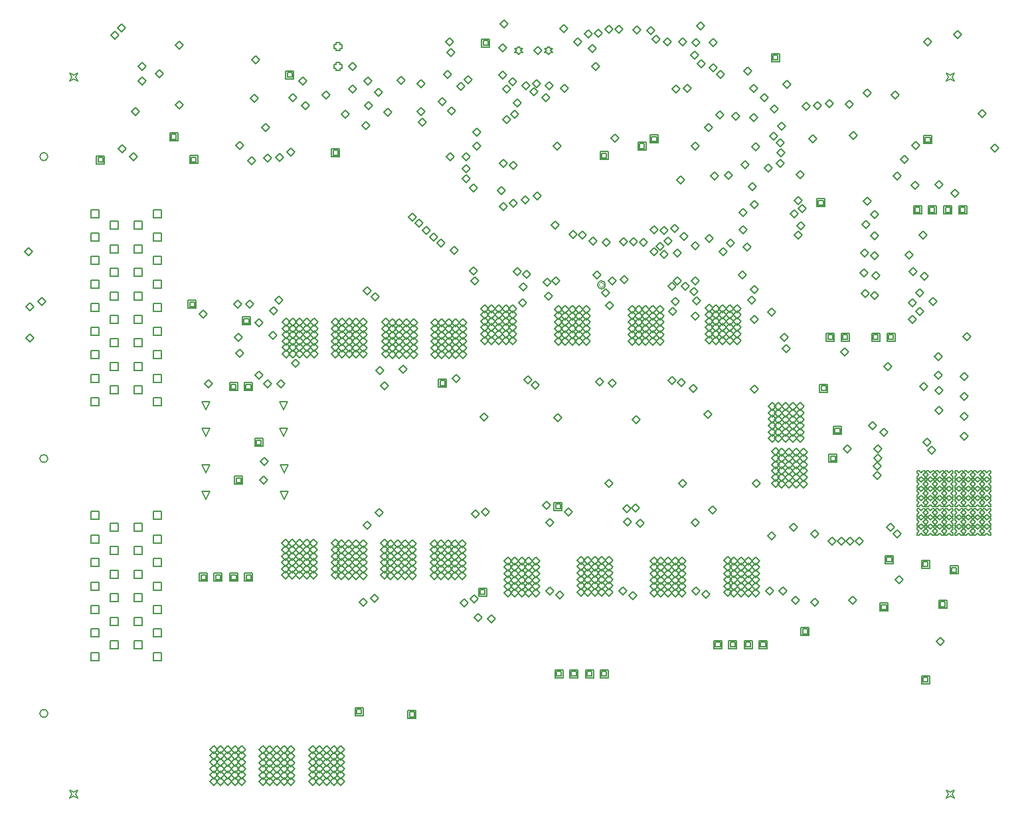
<source format=gbr>
%TF.GenerationSoftware,Altium Limited,Altium Designer,19.1.8 (144)*%
G04 Layer_Color=2752767*
%FSLAX26Y26*%
%MOIN*%
%TF.FileFunction,Drawing*%
%TF.Part,Single*%
G01*
G75*
%TA.AperFunction,NonConductor*%
%ADD135C,0.005000*%
%ADD136C,0.006667*%
%ADD137C,0.004000*%
D135*
X700866Y2249685D02*
Y2289685D01*
X740866D01*
Y2249685D01*
X700866D01*
Y2367795D02*
Y2407795D01*
X740866D01*
Y2367795D01*
X700866D01*
Y2485905D02*
Y2525905D01*
X740866D01*
Y2485905D01*
X700866D01*
Y2604016D02*
Y2644016D01*
X740866D01*
Y2604016D01*
X700866D01*
Y2722126D02*
Y2762126D01*
X740866D01*
Y2722126D01*
X700866D01*
Y2840236D02*
Y2880236D01*
X740866D01*
Y2840236D01*
X700866D01*
Y2958347D02*
Y2998347D01*
X740866D01*
Y2958347D01*
X700866D01*
Y3076457D02*
Y3116457D01*
X740866D01*
Y3076457D01*
X700866D01*
Y3194567D02*
Y3234567D01*
X740866D01*
Y3194567D01*
X700866D01*
X602441Y2308740D02*
Y2348740D01*
X642441D01*
Y2308740D01*
X602441D01*
Y2426850D02*
Y2466850D01*
X642441D01*
Y2426850D01*
X602441D01*
Y2544961D02*
Y2584961D01*
X642441D01*
Y2544961D01*
X602441D01*
Y2663071D02*
Y2703071D01*
X642441D01*
Y2663071D01*
X602441D01*
Y2781181D02*
Y2821181D01*
X642441D01*
Y2781181D01*
X602441D01*
Y2899291D02*
Y2939291D01*
X642441D01*
Y2899291D01*
X602441D01*
Y3017402D02*
Y3057402D01*
X642441D01*
Y3017402D01*
X602441D01*
Y3135512D02*
Y3175512D01*
X642441D01*
Y3135512D01*
X602441D01*
X484331Y2308740D02*
Y2348740D01*
X524331D01*
Y2308740D01*
X484331D01*
Y2426850D02*
Y2466850D01*
X524331D01*
Y2426850D01*
X484331D01*
Y2544961D02*
Y2584961D01*
X524331D01*
Y2544961D01*
X484331D01*
Y2663071D02*
Y2703071D01*
X524331D01*
Y2663071D01*
X484331D01*
Y2781181D02*
Y2821181D01*
X524331D01*
Y2781181D01*
X484331D01*
Y2899291D02*
Y2939291D01*
X524331D01*
Y2899291D01*
X484331D01*
Y3017402D02*
Y3057402D01*
X524331D01*
Y3017402D01*
X484331D01*
Y3135512D02*
Y3175512D01*
X524331D01*
Y3135512D01*
X484331D01*
X385906Y2249685D02*
Y2289685D01*
X425906D01*
Y2249685D01*
X385906D01*
Y2367795D02*
Y2407795D01*
X425906D01*
Y2367795D01*
X385906D01*
Y2485905D02*
Y2525905D01*
X425906D01*
Y2485905D01*
X385906D01*
Y2604016D02*
Y2644016D01*
X425906D01*
Y2604016D01*
X385906D01*
Y2722126D02*
Y2762126D01*
X425906D01*
Y2722126D01*
X385906D01*
Y2840236D02*
Y2880236D01*
X425906D01*
Y2840236D01*
X385906D01*
Y2958347D02*
Y2998347D01*
X425906D01*
Y2958347D01*
X385906D01*
Y3076457D02*
Y3116457D01*
X425906D01*
Y3076457D01*
X385906D01*
Y3194567D02*
Y3234567D01*
X425906D01*
Y3194567D01*
X385906D01*
Y1678819D02*
Y1718819D01*
X425906D01*
Y1678819D01*
X385906D01*
Y1560709D02*
Y1600709D01*
X425906D01*
Y1560709D01*
X385906D01*
Y1442599D02*
Y1482599D01*
X425906D01*
Y1442599D01*
X385906D01*
Y1324488D02*
Y1364488D01*
X425906D01*
Y1324488D01*
X385906D01*
Y1206378D02*
Y1246378D01*
X425906D01*
Y1206378D01*
X385906D01*
Y1088268D02*
Y1128268D01*
X425906D01*
Y1088268D01*
X385906D01*
Y970158D02*
Y1010158D01*
X425906D01*
Y970158D01*
X385906D01*
X484331Y1619764D02*
Y1659764D01*
X524331D01*
Y1619764D01*
X484331D01*
Y1501654D02*
Y1541654D01*
X524331D01*
Y1501654D01*
X484331D01*
Y1383543D02*
Y1423543D01*
X524331D01*
Y1383543D01*
X484331D01*
Y1265433D02*
Y1305433D01*
X524331D01*
Y1265433D01*
X484331D01*
Y1147323D02*
Y1187323D01*
X524331D01*
Y1147323D01*
X484331D01*
Y1029213D02*
Y1069213D01*
X524331D01*
Y1029213D01*
X484331D01*
X602441Y1619764D02*
Y1659764D01*
X642441D01*
Y1619764D01*
X602441D01*
Y1501654D02*
Y1541654D01*
X642441D01*
Y1501654D01*
X602441D01*
Y1383543D02*
Y1423543D01*
X642441D01*
Y1383543D01*
X602441D01*
Y1265433D02*
Y1305433D01*
X642441D01*
Y1265433D01*
X602441D01*
Y1147323D02*
Y1187323D01*
X642441D01*
Y1147323D01*
X602441D01*
Y1029213D02*
Y1069213D01*
X642441D01*
Y1029213D01*
X602441D01*
X700866Y1678819D02*
Y1718819D01*
X740866D01*
Y1678819D01*
X700866D01*
Y1560709D02*
Y1600709D01*
X740866D01*
Y1560709D01*
X700866D01*
Y1442599D02*
Y1482599D01*
X740866D01*
Y1442599D01*
X700866D01*
Y1324488D02*
Y1364488D01*
X740866D01*
Y1324488D01*
X700866D01*
Y1206378D02*
Y1246378D01*
X740866D01*
Y1206378D01*
X700866D01*
Y1088268D02*
Y1128268D01*
X740866D01*
Y1088268D01*
X700866D01*
Y970158D02*
Y1010158D01*
X740866D01*
Y970158D01*
X700866D01*
X964724Y1913022D02*
X944724Y1953022D01*
X984724D01*
X964724Y1913022D01*
X1355276D02*
X1335276Y1953022D01*
X1375276D01*
X1355276Y1913022D01*
X964724Y1779163D02*
X944724Y1819163D01*
X984724D01*
X964724Y1779163D01*
X1355276D02*
X1335276Y1819163D01*
X1375276D01*
X1355276Y1779163D01*
X964449Y2230000D02*
X944449Y2270000D01*
X984449D01*
X964449Y2230000D01*
X1355000D02*
X1335000Y2270000D01*
X1375000D01*
X1355000Y2230000D01*
X964449Y2096142D02*
X944449Y2136142D01*
X984449D01*
X964449Y2096142D01*
X1355000D02*
X1335000Y2136142D01*
X1375000D01*
X1355000Y2096142D01*
X2535000Y4013000D02*
X2545000Y4023000D01*
X2555000D01*
X2545000Y4033000D01*
X2555000Y4043000D01*
X2545000D01*
X2535000Y4053000D01*
X2525000Y4043000D01*
X2515000D01*
X2525000Y4033000D01*
X2515000Y4023000D01*
X2525000D01*
X2535000Y4013000D01*
X2685000D02*
X2695000Y4023000D01*
X2705000D01*
X2695000Y4033000D01*
X2705000Y4043000D01*
X2695000D01*
X2685000Y4053000D01*
X2675000Y4043000D01*
X2665000D01*
X2675000Y4033000D01*
X2665000Y4023000D01*
X2675000D01*
X2685000Y4013000D01*
X4680000Y3880000D02*
X4690000Y3900000D01*
X4680000Y3920000D01*
X4700000Y3910000D01*
X4720000Y3920000D01*
X4710000Y3900000D01*
X4720000Y3880000D01*
X4700000Y3890000D01*
X4680000Y3880000D01*
Y280000D02*
X4690000Y300000D01*
X4680000Y320000D01*
X4700000Y310000D01*
X4720000Y320000D01*
X4710000Y300000D01*
X4720000Y280000D01*
X4700000Y290000D01*
X4680000Y280000D01*
X280000D02*
X290000Y300000D01*
X280000Y320000D01*
X300000Y310000D01*
X320000Y320000D01*
X310000Y300000D01*
X320000Y280000D01*
X300000Y290000D01*
X280000Y280000D01*
Y3880000D02*
X290000Y3900000D01*
X280000Y3920000D01*
X300000Y3910000D01*
X320000Y3920000D01*
X310000Y3900000D01*
X320000Y3880000D01*
X300000Y3890000D01*
X280000Y3880000D01*
X1618000Y3943449D02*
Y3933449D01*
X1638000D01*
Y3943449D01*
X1648000D01*
Y3963449D01*
X1638000D01*
Y3973449D01*
X1618000D01*
Y3963449D01*
X1608000D01*
Y3943449D01*
X1618000D01*
Y4043449D02*
Y4033449D01*
X1638000D01*
Y4043449D01*
X1648000D01*
Y4063449D01*
X1638000D01*
Y4073449D01*
X1618000D01*
Y4063449D01*
X1608000D01*
Y4043449D01*
X1618000D01*
X4722312Y1741900D02*
X4732312D01*
X4742312Y1751900D01*
X4752312Y1741900D01*
X4762312D01*
Y1751900D01*
X4752312Y1761900D01*
X4762312Y1771900D01*
Y1781900D01*
X4752312D01*
X4742312Y1771900D01*
X4732312Y1781900D01*
X4722312D01*
Y1771900D01*
X4732312Y1761900D01*
X4722312Y1751900D01*
Y1741900D01*
Y1789144D02*
X4732312D01*
X4742312Y1799144D01*
X4752312Y1789144D01*
X4762312D01*
Y1799144D01*
X4752312Y1809144D01*
X4762312Y1819144D01*
Y1829144D01*
X4752312D01*
X4742312Y1819144D01*
X4732312Y1829144D01*
X4722312D01*
Y1819144D01*
X4732312Y1809144D01*
X4722312Y1799144D01*
Y1789144D01*
Y1836388D02*
X4732312D01*
X4742312Y1846388D01*
X4752312Y1836388D01*
X4762312D01*
Y1846388D01*
X4752312Y1856388D01*
X4762312Y1866388D01*
Y1876388D01*
X4752312D01*
X4742312Y1866388D01*
X4732312Y1876388D01*
X4722312D01*
Y1866388D01*
X4732312Y1856388D01*
X4722312Y1846388D01*
Y1836388D01*
Y1883632D02*
X4732312D01*
X4742312Y1893632D01*
X4752312Y1883632D01*
X4762312D01*
Y1893632D01*
X4752312Y1903632D01*
X4762312Y1913632D01*
Y1923632D01*
X4752312D01*
X4742312Y1913632D01*
X4732312Y1923632D01*
X4722312D01*
Y1913632D01*
X4732312Y1903632D01*
X4722312Y1893632D01*
Y1883632D01*
Y1694656D02*
X4732312D01*
X4742312Y1704656D01*
X4752312Y1694656D01*
X4762312D01*
Y1704656D01*
X4752312Y1714656D01*
X4762312Y1724656D01*
Y1734656D01*
X4752312D01*
X4742312Y1724656D01*
X4732312Y1734656D01*
X4722312D01*
Y1724656D01*
X4732312Y1714656D01*
X4722312Y1704656D01*
Y1694656D01*
Y1647412D02*
X4732312D01*
X4742312Y1657412D01*
X4752312Y1647412D01*
X4762312D01*
Y1657412D01*
X4752312Y1667412D01*
X4762312Y1677412D01*
Y1687412D01*
X4752312D01*
X4742312Y1677412D01*
X4732312Y1687412D01*
X4722312D01*
Y1677412D01*
X4732312Y1667412D01*
X4722312Y1657412D01*
Y1647412D01*
Y1600168D02*
X4732312D01*
X4742312Y1610168D01*
X4752312Y1600168D01*
X4762312D01*
Y1610168D01*
X4752312Y1620168D01*
X4762312Y1630168D01*
Y1640168D01*
X4752312D01*
X4742312Y1630168D01*
X4732312Y1640168D01*
X4722312D01*
Y1630168D01*
X4732312Y1620168D01*
X4722312Y1610168D01*
Y1600168D01*
X4769556D02*
X4779556D01*
X4789556Y1610168D01*
X4799556Y1600168D01*
X4809556D01*
Y1610168D01*
X4799556Y1620168D01*
X4809556Y1630168D01*
Y1640168D01*
X4799556D01*
X4789556Y1630168D01*
X4779556Y1640168D01*
X4769556D01*
Y1630168D01*
X4779556Y1620168D01*
X4769556Y1610168D01*
Y1600168D01*
Y1647412D02*
X4779556D01*
X4789556Y1657412D01*
X4799556Y1647412D01*
X4809556D01*
Y1657412D01*
X4799556Y1667412D01*
X4809556Y1677412D01*
Y1687412D01*
X4799556D01*
X4789556Y1677412D01*
X4779556Y1687412D01*
X4769556D01*
Y1677412D01*
X4779556Y1667412D01*
X4769556Y1657412D01*
Y1647412D01*
Y1694656D02*
X4779556D01*
X4789556Y1704656D01*
X4799556Y1694656D01*
X4809556D01*
Y1704656D01*
X4799556Y1714656D01*
X4809556Y1724656D01*
Y1734656D01*
X4799556D01*
X4789556Y1724656D01*
X4779556Y1734656D01*
X4769556D01*
Y1724656D01*
X4779556Y1714656D01*
X4769556Y1704656D01*
Y1694656D01*
Y1883632D02*
X4779556D01*
X4789556Y1893632D01*
X4799556Y1883632D01*
X4809556D01*
Y1893632D01*
X4799556Y1903632D01*
X4809556Y1913632D01*
Y1923632D01*
X4799556D01*
X4789556Y1913632D01*
X4779556Y1923632D01*
X4769556D01*
Y1913632D01*
X4779556Y1903632D01*
X4769556Y1893632D01*
Y1883632D01*
Y1836388D02*
X4779556D01*
X4789556Y1846388D01*
X4799556Y1836388D01*
X4809556D01*
Y1846388D01*
X4799556Y1856388D01*
X4809556Y1866388D01*
Y1876388D01*
X4799556D01*
X4789556Y1866388D01*
X4779556Y1876388D01*
X4769556D01*
Y1866388D01*
X4779556Y1856388D01*
X4769556Y1846388D01*
Y1836388D01*
Y1789144D02*
X4779556D01*
X4789556Y1799144D01*
X4799556Y1789144D01*
X4809556D01*
Y1799144D01*
X4799556Y1809144D01*
X4809556Y1819144D01*
Y1829144D01*
X4799556D01*
X4789556Y1819144D01*
X4779556Y1829144D01*
X4769556D01*
Y1819144D01*
X4779556Y1809144D01*
X4769556Y1799144D01*
Y1789144D01*
Y1741900D02*
X4779556D01*
X4789556Y1751900D01*
X4799556Y1741900D01*
X4809556D01*
Y1751900D01*
X4799556Y1761900D01*
X4809556Y1771900D01*
Y1781900D01*
X4799556D01*
X4789556Y1771900D01*
X4779556Y1781900D01*
X4769556D01*
Y1771900D01*
X4779556Y1761900D01*
X4769556Y1751900D01*
Y1741900D01*
X4816800Y1600168D02*
X4826800D01*
X4836800Y1610168D01*
X4846800Y1600168D01*
X4856800D01*
Y1610168D01*
X4846800Y1620168D01*
X4856800Y1630168D01*
Y1640168D01*
X4846800D01*
X4836800Y1630168D01*
X4826800Y1640168D01*
X4816800D01*
Y1630168D01*
X4826800Y1620168D01*
X4816800Y1610168D01*
Y1600168D01*
Y1647412D02*
X4826800D01*
X4836800Y1657412D01*
X4846800Y1647412D01*
X4856800D01*
Y1657412D01*
X4846800Y1667412D01*
X4856800Y1677412D01*
Y1687412D01*
X4846800D01*
X4836800Y1677412D01*
X4826800Y1687412D01*
X4816800D01*
Y1677412D01*
X4826800Y1667412D01*
X4816800Y1657412D01*
Y1647412D01*
Y1694656D02*
X4826800D01*
X4836800Y1704656D01*
X4846800Y1694656D01*
X4856800D01*
Y1704656D01*
X4846800Y1714656D01*
X4856800Y1724656D01*
Y1734656D01*
X4846800D01*
X4836800Y1724656D01*
X4826800Y1734656D01*
X4816800D01*
Y1724656D01*
X4826800Y1714656D01*
X4816800Y1704656D01*
Y1694656D01*
Y1883632D02*
X4826800D01*
X4836800Y1893632D01*
X4846800Y1883632D01*
X4856800D01*
Y1893632D01*
X4846800Y1903632D01*
X4856800Y1913632D01*
Y1923632D01*
X4846800D01*
X4836800Y1913632D01*
X4826800Y1923632D01*
X4816800D01*
Y1913632D01*
X4826800Y1903632D01*
X4816800Y1893632D01*
Y1883632D01*
Y1836388D02*
X4826800D01*
X4836800Y1846388D01*
X4846800Y1836388D01*
X4856800D01*
Y1846388D01*
X4846800Y1856388D01*
X4856800Y1866388D01*
Y1876388D01*
X4846800D01*
X4836800Y1866388D01*
X4826800Y1876388D01*
X4816800D01*
Y1866388D01*
X4826800Y1856388D01*
X4816800Y1846388D01*
Y1836388D01*
Y1789144D02*
X4826800D01*
X4836800Y1799144D01*
X4846800Y1789144D01*
X4856800D01*
Y1799144D01*
X4846800Y1809144D01*
X4856800Y1819144D01*
Y1829144D01*
X4846800D01*
X4836800Y1819144D01*
X4826800Y1829144D01*
X4816800D01*
Y1819144D01*
X4826800Y1809144D01*
X4816800Y1799144D01*
Y1789144D01*
Y1741900D02*
X4826800D01*
X4836800Y1751900D01*
X4846800Y1741900D01*
X4856800D01*
Y1751900D01*
X4846800Y1761900D01*
X4856800Y1771900D01*
Y1781900D01*
X4846800D01*
X4836800Y1771900D01*
X4826800Y1781900D01*
X4816800D01*
Y1771900D01*
X4826800Y1761900D01*
X4816800Y1751900D01*
Y1741900D01*
X4864044Y1600168D02*
X4874044D01*
X4884044Y1610168D01*
X4894044Y1600168D01*
X4904044D01*
Y1610168D01*
X4894044Y1620168D01*
X4904044Y1630168D01*
Y1640168D01*
X4894044D01*
X4884044Y1630168D01*
X4874044Y1640168D01*
X4864044D01*
Y1630168D01*
X4874044Y1620168D01*
X4864044Y1610168D01*
Y1600168D01*
Y1647412D02*
X4874044D01*
X4884044Y1657412D01*
X4894044Y1647412D01*
X4904044D01*
Y1657412D01*
X4894044Y1667412D01*
X4904044Y1677412D01*
Y1687412D01*
X4894044D01*
X4884044Y1677412D01*
X4874044Y1687412D01*
X4864044D01*
Y1677412D01*
X4874044Y1667412D01*
X4864044Y1657412D01*
Y1647412D01*
Y1694656D02*
X4874044D01*
X4884044Y1704656D01*
X4894044Y1694656D01*
X4904044D01*
Y1704656D01*
X4894044Y1714656D01*
X4904044Y1724656D01*
Y1734656D01*
X4894044D01*
X4884044Y1724656D01*
X4874044Y1734656D01*
X4864044D01*
Y1724656D01*
X4874044Y1714656D01*
X4864044Y1704656D01*
Y1694656D01*
Y1883632D02*
X4874044D01*
X4884044Y1893632D01*
X4894044Y1883632D01*
X4904044D01*
Y1893632D01*
X4894044Y1903632D01*
X4904044Y1913632D01*
Y1923632D01*
X4894044D01*
X4884044Y1913632D01*
X4874044Y1923632D01*
X4864044D01*
Y1913632D01*
X4874044Y1903632D01*
X4864044Y1893632D01*
Y1883632D01*
Y1836388D02*
X4874044D01*
X4884044Y1846388D01*
X4894044Y1836388D01*
X4904044D01*
Y1846388D01*
X4894044Y1856388D01*
X4904044Y1866388D01*
Y1876388D01*
X4894044D01*
X4884044Y1866388D01*
X4874044Y1876388D01*
X4864044D01*
Y1866388D01*
X4874044Y1856388D01*
X4864044Y1846388D01*
Y1836388D01*
Y1789144D02*
X4874044D01*
X4884044Y1799144D01*
X4894044Y1789144D01*
X4904044D01*
Y1799144D01*
X4894044Y1809144D01*
X4904044Y1819144D01*
Y1829144D01*
X4894044D01*
X4884044Y1819144D01*
X4874044Y1829144D01*
X4864044D01*
Y1819144D01*
X4874044Y1809144D01*
X4864044Y1799144D01*
Y1789144D01*
Y1741900D02*
X4874044D01*
X4884044Y1751900D01*
X4894044Y1741900D01*
X4904044D01*
Y1751900D01*
X4894044Y1761900D01*
X4904044Y1771900D01*
Y1781900D01*
X4894044D01*
X4884044Y1771900D01*
X4874044Y1781900D01*
X4864044D01*
Y1771900D01*
X4874044Y1761900D01*
X4864044Y1751900D01*
Y1741900D01*
X4675068Y1600168D02*
X4685068D01*
X4695068Y1610168D01*
X4705068Y1600168D01*
X4715068D01*
Y1610168D01*
X4705068Y1620168D01*
X4715068Y1630168D01*
Y1640168D01*
X4705068D01*
X4695068Y1630168D01*
X4685068Y1640168D01*
X4675068D01*
Y1630168D01*
X4685068Y1620168D01*
X4675068Y1610168D01*
Y1600168D01*
Y1647412D02*
X4685068D01*
X4695068Y1657412D01*
X4705068Y1647412D01*
X4715068D01*
Y1657412D01*
X4705068Y1667412D01*
X4715068Y1677412D01*
Y1687412D01*
X4705068D01*
X4695068Y1677412D01*
X4685068Y1687412D01*
X4675068D01*
Y1677412D01*
X4685068Y1667412D01*
X4675068Y1657412D01*
Y1647412D01*
Y1694656D02*
X4685068D01*
X4695068Y1704656D01*
X4705068Y1694656D01*
X4715068D01*
Y1704656D01*
X4705068Y1714656D01*
X4715068Y1724656D01*
Y1734656D01*
X4705068D01*
X4695068Y1724656D01*
X4685068Y1734656D01*
X4675068D01*
Y1724656D01*
X4685068Y1714656D01*
X4675068Y1704656D01*
Y1694656D01*
Y1883632D02*
X4685068D01*
X4695068Y1893632D01*
X4705068Y1883632D01*
X4715068D01*
Y1893632D01*
X4705068Y1903632D01*
X4715068Y1913632D01*
Y1923632D01*
X4705068D01*
X4695068Y1913632D01*
X4685068Y1923632D01*
X4675068D01*
Y1913632D01*
X4685068Y1903632D01*
X4675068Y1893632D01*
Y1883632D01*
Y1836388D02*
X4685068D01*
X4695068Y1846388D01*
X4705068Y1836388D01*
X4715068D01*
Y1846388D01*
X4705068Y1856388D01*
X4715068Y1866388D01*
Y1876388D01*
X4705068D01*
X4695068Y1866388D01*
X4685068Y1876388D01*
X4675068D01*
Y1866388D01*
X4685068Y1856388D01*
X4675068Y1846388D01*
Y1836388D01*
Y1789144D02*
X4685068D01*
X4695068Y1799144D01*
X4705068Y1789144D01*
X4715068D01*
Y1799144D01*
X4705068Y1809144D01*
X4715068Y1819144D01*
Y1829144D01*
X4705068D01*
X4695068Y1819144D01*
X4685068Y1829144D01*
X4675068D01*
Y1819144D01*
X4685068Y1809144D01*
X4675068Y1799144D01*
Y1789144D01*
Y1741900D02*
X4685068D01*
X4695068Y1751900D01*
X4705068Y1741900D01*
X4715068D01*
Y1751900D01*
X4705068Y1761900D01*
X4715068Y1771900D01*
Y1781900D01*
X4705068D01*
X4695068Y1771900D01*
X4685068Y1781900D01*
X4675068D01*
Y1771900D01*
X4685068Y1761900D01*
X4675068Y1751900D01*
Y1741900D01*
X4627824Y1600168D02*
X4637824D01*
X4647824Y1610168D01*
X4657824Y1600168D01*
X4667824D01*
Y1610168D01*
X4657824Y1620168D01*
X4667824Y1630168D01*
Y1640168D01*
X4657824D01*
X4647824Y1630168D01*
X4637824Y1640168D01*
X4627824D01*
Y1630168D01*
X4637824Y1620168D01*
X4627824Y1610168D01*
Y1600168D01*
Y1647412D02*
X4637824D01*
X4647824Y1657412D01*
X4657824Y1647412D01*
X4667824D01*
Y1657412D01*
X4657824Y1667412D01*
X4667824Y1677412D01*
Y1687412D01*
X4657824D01*
X4647824Y1677412D01*
X4637824Y1687412D01*
X4627824D01*
Y1677412D01*
X4637824Y1667412D01*
X4627824Y1657412D01*
Y1647412D01*
Y1694656D02*
X4637824D01*
X4647824Y1704656D01*
X4657824Y1694656D01*
X4667824D01*
Y1704656D01*
X4657824Y1714656D01*
X4667824Y1724656D01*
Y1734656D01*
X4657824D01*
X4647824Y1724656D01*
X4637824Y1734656D01*
X4627824D01*
Y1724656D01*
X4637824Y1714656D01*
X4627824Y1704656D01*
Y1694656D01*
Y1883632D02*
X4637824D01*
X4647824Y1893632D01*
X4657824Y1883632D01*
X4667824D01*
Y1893632D01*
X4657824Y1903632D01*
X4667824Y1913632D01*
Y1923632D01*
X4657824D01*
X4647824Y1913632D01*
X4637824Y1923632D01*
X4627824D01*
Y1913632D01*
X4637824Y1903632D01*
X4627824Y1893632D01*
Y1883632D01*
Y1836388D02*
X4637824D01*
X4647824Y1846388D01*
X4657824Y1836388D01*
X4667824D01*
Y1846388D01*
X4657824Y1856388D01*
X4667824Y1866388D01*
Y1876388D01*
X4657824D01*
X4647824Y1866388D01*
X4637824Y1876388D01*
X4627824D01*
Y1866388D01*
X4637824Y1856388D01*
X4627824Y1846388D01*
Y1836388D01*
Y1789144D02*
X4637824D01*
X4647824Y1799144D01*
X4657824Y1789144D01*
X4667824D01*
Y1799144D01*
X4657824Y1809144D01*
X4667824Y1819144D01*
Y1829144D01*
X4657824D01*
X4647824Y1819144D01*
X4637824Y1829144D01*
X4627824D01*
Y1819144D01*
X4637824Y1809144D01*
X4627824Y1799144D01*
Y1789144D01*
Y1741900D02*
X4637824D01*
X4647824Y1751900D01*
X4657824Y1741900D01*
X4667824D01*
Y1751900D01*
X4657824Y1761900D01*
X4667824Y1771900D01*
Y1781900D01*
X4657824D01*
X4647824Y1771900D01*
X4637824Y1781900D01*
X4627824D01*
Y1771900D01*
X4637824Y1761900D01*
X4627824Y1751900D01*
Y1741900D01*
X4580580Y1600168D02*
X4590580D01*
X4600580Y1610168D01*
X4610580Y1600168D01*
X4620580D01*
Y1610168D01*
X4610580Y1620168D01*
X4620580Y1630168D01*
Y1640168D01*
X4610580D01*
X4600580Y1630168D01*
X4590580Y1640168D01*
X4580580D01*
Y1630168D01*
X4590580Y1620168D01*
X4580580Y1610168D01*
Y1600168D01*
Y1647412D02*
X4590580D01*
X4600580Y1657412D01*
X4610580Y1647412D01*
X4620580D01*
Y1657412D01*
X4610580Y1667412D01*
X4620580Y1677412D01*
Y1687412D01*
X4610580D01*
X4600580Y1677412D01*
X4590580Y1687412D01*
X4580580D01*
Y1677412D01*
X4590580Y1667412D01*
X4580580Y1657412D01*
Y1647412D01*
Y1694656D02*
X4590580D01*
X4600580Y1704656D01*
X4610580Y1694656D01*
X4620580D01*
Y1704656D01*
X4610580Y1714656D01*
X4620580Y1724656D01*
Y1734656D01*
X4610580D01*
X4600580Y1724656D01*
X4590580Y1734656D01*
X4580580D01*
Y1724656D01*
X4590580Y1714656D01*
X4580580Y1704656D01*
Y1694656D01*
Y1883632D02*
X4590580D01*
X4600580Y1893632D01*
X4610580Y1883632D01*
X4620580D01*
Y1893632D01*
X4610580Y1903632D01*
X4620580Y1913632D01*
Y1923632D01*
X4610580D01*
X4600580Y1913632D01*
X4590580Y1923632D01*
X4580580D01*
Y1913632D01*
X4590580Y1903632D01*
X4580580Y1893632D01*
Y1883632D01*
Y1836388D02*
X4590580D01*
X4600580Y1846388D01*
X4610580Y1836388D01*
X4620580D01*
Y1846388D01*
X4610580Y1856388D01*
X4620580Y1866388D01*
Y1876388D01*
X4610580D01*
X4600580Y1866388D01*
X4590580Y1876388D01*
X4580580D01*
Y1866388D01*
X4590580Y1856388D01*
X4580580Y1846388D01*
Y1836388D01*
Y1789144D02*
X4590580D01*
X4600580Y1799144D01*
X4610580Y1789144D01*
X4620580D01*
Y1799144D01*
X4610580Y1809144D01*
X4620580Y1819144D01*
Y1829144D01*
X4610580D01*
X4600580Y1819144D01*
X4590580Y1829144D01*
X4580580D01*
Y1819144D01*
X4590580Y1809144D01*
X4580580Y1799144D01*
Y1789144D01*
Y1741900D02*
X4590580D01*
X4600580Y1751900D01*
X4610580Y1741900D01*
X4620580D01*
Y1751900D01*
X4610580Y1761900D01*
X4620580Y1771900D01*
Y1781900D01*
X4610580D01*
X4600580Y1771900D01*
X4590580Y1781900D01*
X4580580D01*
Y1771900D01*
X4590580Y1761900D01*
X4580580Y1751900D01*
Y1741900D01*
X4533336Y1600168D02*
X4543336D01*
X4553336Y1610168D01*
X4563336Y1600168D01*
X4573336D01*
Y1610168D01*
X4563336Y1620168D01*
X4573336Y1630168D01*
Y1640168D01*
X4563336D01*
X4553336Y1630168D01*
X4543336Y1640168D01*
X4533336D01*
Y1630168D01*
X4543336Y1620168D01*
X4533336Y1610168D01*
Y1600168D01*
Y1647412D02*
X4543336D01*
X4553336Y1657412D01*
X4563336Y1647412D01*
X4573336D01*
Y1657412D01*
X4563336Y1667412D01*
X4573336Y1677412D01*
Y1687412D01*
X4563336D01*
X4553336Y1677412D01*
X4543336Y1687412D01*
X4533336D01*
Y1677412D01*
X4543336Y1667412D01*
X4533336Y1657412D01*
Y1647412D01*
Y1694656D02*
X4543336D01*
X4553336Y1704656D01*
X4563336Y1694656D01*
X4573336D01*
Y1704656D01*
X4563336Y1714656D01*
X4573336Y1724656D01*
Y1734656D01*
X4563336D01*
X4553336Y1724656D01*
X4543336Y1734656D01*
X4533336D01*
Y1724656D01*
X4543336Y1714656D01*
X4533336Y1704656D01*
Y1694656D01*
Y1883632D02*
X4543336D01*
X4553336Y1893632D01*
X4563336Y1883632D01*
X4573336D01*
Y1893632D01*
X4563336Y1903632D01*
X4573336Y1913632D01*
Y1923632D01*
X4563336D01*
X4553336Y1913632D01*
X4543336Y1923632D01*
X4533336D01*
Y1913632D01*
X4543336Y1903632D01*
X4533336Y1893632D01*
Y1883632D01*
Y1836388D02*
X4543336D01*
X4553336Y1846388D01*
X4563336Y1836388D01*
X4573336D01*
Y1846388D01*
X4563336Y1856388D01*
X4573336Y1866388D01*
Y1876388D01*
X4563336D01*
X4553336Y1866388D01*
X4543336Y1876388D01*
X4533336D01*
Y1866388D01*
X4543336Y1856388D01*
X4533336Y1846388D01*
Y1836388D01*
Y1789144D02*
X4543336D01*
X4553336Y1799144D01*
X4563336Y1789144D01*
X4573336D01*
Y1799144D01*
X4563336Y1809144D01*
X4573336Y1819144D01*
Y1829144D01*
X4563336D01*
X4553336Y1819144D01*
X4543336Y1829144D01*
X4533336D01*
Y1819144D01*
X4543336Y1809144D01*
X4533336Y1799144D01*
Y1789144D01*
Y1741900D02*
X4543336D01*
X4553336Y1751900D01*
X4563336Y1741900D01*
X4573336D01*
Y1751900D01*
X4563336Y1761900D01*
X4573336Y1771900D01*
Y1781900D01*
X4563336D01*
X4553336Y1771900D01*
X4543336Y1781900D01*
X4533336D01*
Y1771900D01*
X4543336Y1761900D01*
X4533336Y1751900D01*
Y1741900D01*
X2610900Y4033300D02*
X2630900Y4053300D01*
X2650900Y4033300D01*
X2630900Y4013300D01*
X2610900Y4033300D01*
X3696100Y2682400D02*
X3716100Y2702400D01*
X3736100Y2682400D01*
X3716100Y2662400D01*
X3696100Y2682400D01*
X3285500Y2721400D02*
X3305500Y2741400D01*
X3325500Y2721400D01*
X3305500Y2701400D01*
X3285500Y2721400D01*
X2532500Y2766200D02*
X2552500Y2786200D01*
X2572500Y2766200D01*
X2552500Y2746200D01*
X2532500Y2766200D01*
X1815545Y2425500D02*
X1835545Y2445500D01*
X1855545Y2425500D01*
X1835545Y2405500D01*
X1815545Y2425500D01*
X2953000Y3071100D02*
X2973000Y3091100D01*
X2993000Y3071100D01*
X2973000Y3051100D01*
X2953000Y3071100D01*
X2885200Y3075300D02*
X2905200Y3095300D01*
X2925200Y3075300D01*
X2905200Y3055300D01*
X2885200Y3075300D01*
X2190500Y3028400D02*
X2210500Y3048400D01*
X2230500Y3028400D01*
X2210500Y3008400D01*
X2190500Y3028400D01*
X2488000Y3268000D02*
X2508000Y3288000D01*
X2528000Y3268000D01*
X2508000Y3248000D01*
X2488000Y3268000D01*
X2547000Y3284000D02*
X2567000Y3304000D01*
X2587000Y3284000D01*
X2567000Y3264000D01*
X2547000Y3284000D01*
X4257400Y3161200D02*
X4277400Y3181200D01*
X4297400Y3161200D01*
X4277400Y3141200D01*
X4257400Y3161200D01*
X4253000Y2814400D02*
X4273000Y2834400D01*
X4293000Y2814400D01*
X4273000Y2794400D01*
X4253000Y2814400D01*
X4306200Y2904300D02*
X4326200Y2924300D01*
X4346200Y2904300D01*
X4326200Y2884300D01*
X4306200Y2904300D01*
X4246200Y2916000D02*
X4266200Y2936000D01*
X4286200Y2916000D01*
X4266200Y2896000D01*
X4246200Y2916000D01*
X4299200Y3210600D02*
X4319200Y3230600D01*
X4339200Y3210600D01*
X4319200Y3190600D01*
X4299200Y3210600D01*
X4132567Y1570800D02*
X4152567Y1590800D01*
X4172567Y1570800D01*
X4152567Y1550800D01*
X4132567Y1570800D01*
X2967000Y1473000D02*
X2987000Y1493000D01*
X3007000Y1473000D01*
X2987000Y1453000D01*
X2967000Y1473000D01*
X4087500Y1570800D02*
X4107500Y1590800D01*
X4127500Y1570800D01*
X4107500Y1550800D01*
X4087500Y1570800D01*
X2601000Y1470500D02*
X2621000Y1490500D01*
X2641000Y1470500D01*
X2621000Y1450500D01*
X2601000Y1470500D01*
X4177633Y1570800D02*
X4197633Y1590800D01*
X4217633Y1570800D01*
X4197633Y1550800D01*
X4177633Y1570800D01*
X3335000Y1470117D02*
X3355000Y1490117D01*
X3375000Y1470117D01*
X3355000Y1450117D01*
X3335000Y1470117D01*
X4250300Y3016000D02*
X4270300Y3036000D01*
X4290300Y3016000D01*
X4270300Y2996000D01*
X4250300Y3016000D01*
X4222700Y1570800D02*
X4242700Y1590800D01*
X4262700Y1570800D01*
X4242700Y1550800D01*
X4222700Y1570800D01*
X3702000Y1470896D02*
X3722000Y1490896D01*
X3742000Y1470896D01*
X3722000Y1450896D01*
X3702000Y1470896D01*
X3855700Y2537800D02*
X3875700Y2557800D01*
X3895700Y2537800D01*
X3875700Y2517800D01*
X3855700Y2537800D01*
X4149400Y2520300D02*
X4169400Y2540300D01*
X4189400Y2520300D01*
X4169400Y2500300D01*
X4149400Y2520300D01*
X4382300Y2573900D02*
Y2613900D01*
X4422300D01*
Y2573900D01*
X4382300D01*
X4390300Y2581900D02*
Y2605900D01*
X4414300D01*
Y2581900D01*
X4390300D01*
X3782800Y1596100D02*
X3802800Y1616100D01*
X3822800Y1596100D01*
X3802800Y1576100D01*
X3782800Y1596100D01*
X3896600Y3211700D02*
X3916600Y3231700D01*
X3936600Y3211700D01*
X3916600Y3191700D01*
X3896600Y3211700D01*
X3937400Y3239600D02*
X3957400Y3259600D01*
X3977400Y3239600D01*
X3957400Y3219600D01*
X3937400Y3239600D01*
X3931500Y3153100D02*
X3951500Y3173100D01*
X3971500Y3153100D01*
X3951500Y3133100D01*
X3931500Y3153100D01*
X3839000Y1320000D02*
X3859000Y1340000D01*
X3879000Y1320000D01*
X3859000Y1300000D01*
X3839000Y1320000D01*
X3917100Y3107700D02*
X3937100Y3127700D01*
X3957100Y3107700D01*
X3937100Y3087700D01*
X3917100Y3107700D01*
X3452000Y1303000D02*
X3472000Y1323000D01*
X3492000Y1303000D01*
X3472000Y1283000D01*
X3452000Y1303000D01*
X2719000Y1300000D02*
X2739000Y1320000D01*
X2759000Y1300000D01*
X2739000Y1280000D01*
X2719000Y1300000D01*
X3088000Y1298000D02*
X3108000Y1318000D01*
X3128000Y1298000D01*
X3108000Y1278000D01*
X3088000Y1298000D01*
X3846900Y2593400D02*
X3866900Y2613400D01*
X3886900Y2593400D01*
X3866900Y2573400D01*
X3846900Y2593400D01*
X3782000Y2720000D02*
X3802000Y2740000D01*
X3822000Y2720000D01*
X3802000Y2700000D01*
X3782000Y2720000D01*
X3917500Y3280100D02*
X3937500Y3300100D01*
X3957500Y3280100D01*
X3937500Y3260100D01*
X3917500Y3280100D01*
X4300100Y3004300D02*
X4320100Y3024300D01*
X4340100Y3004300D01*
X4320100Y2984300D01*
X4300100Y3004300D01*
X4151803Y2574000D02*
Y2614000D01*
X4191803D01*
Y2574000D01*
X4151803D01*
X4159803Y2582000D02*
Y2606000D01*
X4183803D01*
Y2582000D01*
X4159803D01*
X4077803Y2574000D02*
Y2614000D01*
X4117803D01*
Y2574000D01*
X4077803D01*
X4085803Y2582000D02*
Y2606000D01*
X4109803D01*
Y2582000D01*
X4085803D01*
X3594500Y1438896D02*
X3614500Y1458896D01*
X3634500Y1438896D01*
X3614500Y1418896D01*
X3594500Y1438896D01*
X3562000Y1439396D02*
X3582000Y1459396D01*
X3602000Y1439396D01*
X3582000Y1419396D01*
X3562000Y1439396D01*
X3630500Y1438896D02*
X3650500Y1458896D01*
X3670500Y1438896D01*
X3650500Y1418896D01*
X3630500Y1438896D01*
X3666000D02*
X3686000Y1458896D01*
X3706000Y1438896D01*
X3686000Y1418896D01*
X3666000Y1438896D01*
X3702000D02*
X3722000Y1458896D01*
X3742000Y1438896D01*
X3722000Y1418896D01*
X3702000Y1438896D01*
X3666000Y1470896D02*
X3686000Y1490896D01*
X3706000Y1470896D01*
X3686000Y1450896D01*
X3666000Y1470896D01*
X3594500D02*
X3614500Y1490896D01*
X3634500Y1470896D01*
X3614500Y1450896D01*
X3594500Y1470896D01*
X4555900Y853600D02*
Y893600D01*
X4595900D01*
Y853600D01*
X4555900D01*
X4563900Y861600D02*
Y885600D01*
X4587900D01*
Y861600D01*
X4563900D01*
X3904000Y1274000D02*
X3924000Y1294000D01*
X3944000Y1274000D01*
X3924000Y1254000D01*
X3904000Y1274000D01*
X3951200Y1096200D02*
Y1136200D01*
X3991200D01*
Y1096200D01*
X3951200D01*
X3959200Y1104200D02*
Y1128200D01*
X3983200D01*
Y1104200D01*
X3959200D01*
X4555600Y1433680D02*
Y1473680D01*
X4595600D01*
Y1433680D01*
X4555600D01*
X4563600Y1441680D02*
Y1465680D01*
X4587600D01*
Y1441680D01*
X4563600D01*
X4373500Y1457780D02*
Y1497780D01*
X4413500D01*
Y1457780D01*
X4373500D01*
X4381500Y1465780D02*
Y1489780D01*
X4405500D01*
Y1465780D01*
X4381500D01*
X3104500Y2180200D02*
X3124500Y2200200D01*
X3144500Y2180200D01*
X3124500Y2160200D01*
X3104500Y2180200D01*
X3465000Y2205200D02*
X3485000Y2225200D01*
X3505000Y2205200D01*
X3485000Y2185200D01*
X3465000Y2205200D01*
X2711500Y2189900D02*
X2731500Y2209900D01*
X2751500Y2189900D01*
X2731500Y2169900D01*
X2711500Y2189900D01*
X2339600Y2193000D02*
X2359600Y2213000D01*
X2379600Y2193000D01*
X2359600Y2173000D01*
X2339600Y2193000D01*
X3695000Y3696000D02*
X3715000Y3716000D01*
X3735000Y3696000D01*
X3715000Y3676000D01*
X3695000Y3696000D01*
X3401700Y3553600D02*
X3421700Y3573600D01*
X3441700Y3553600D01*
X3421700Y3533600D01*
X3401700Y3553600D01*
X2705400Y3552500D02*
X2725400Y3572500D01*
X2745400Y3552500D01*
X2725400Y3532500D01*
X2705400Y3552500D01*
X4300100Y2804300D02*
X4320100Y2824300D01*
X4340100Y2804300D01*
X4320100Y2784300D01*
X4300100Y2804300D01*
X4525600Y2817900D02*
X4545600Y2837900D01*
X4565600Y2817900D01*
X4545600Y2797900D01*
X4525600Y2817900D01*
X4491500Y2767100D02*
X4511500Y2787100D01*
X4531500Y2767100D01*
X4511500Y2747100D01*
X4491500Y2767100D01*
X4527400Y2722100D02*
X4547400Y2742100D01*
X4567400Y2722100D01*
X4547400Y2702100D01*
X4527400Y2722100D01*
X4491100Y2682200D02*
X4511100Y2702200D01*
X4531100Y2682200D01*
X4511100Y2662200D01*
X4491100Y2682200D01*
X4368000Y2447400D02*
X4388000Y2467400D01*
X4408000Y2447400D01*
X4388000Y2427400D01*
X4368000Y2447400D01*
X3573500Y2610000D02*
X3593500Y2630000D01*
X3613500Y2610000D01*
X3593500Y2590000D01*
X3573500Y2610000D01*
X3609500D02*
X3629500Y2630000D01*
X3649500Y2610000D01*
X3629500Y2590000D01*
X3609500Y2610000D01*
Y2578000D02*
X3629500Y2598000D01*
X3649500Y2578000D01*
X3629500Y2558000D01*
X3609500Y2578000D01*
X3573500Y2642000D02*
X3593500Y2662000D01*
X3613500Y2642000D01*
X3593500Y2622000D01*
X3573500Y2642000D01*
X3609500D02*
X3629500Y2662000D01*
X3649500Y2642000D01*
X3629500Y2622000D01*
X3609500Y2642000D01*
X3538000Y2610000D02*
X3558000Y2630000D01*
X3578000Y2610000D01*
X3558000Y2590000D01*
X3538000Y2610000D01*
X3573500Y2578000D02*
X3593500Y2598000D01*
X3613500Y2578000D01*
X3593500Y2558000D01*
X3573500Y2578000D01*
X4592700Y2774400D02*
X4612700Y2794400D01*
X4632700Y2774400D01*
X4612700Y2754400D01*
X4592700Y2774400D01*
X2967000Y1441000D02*
X2987000Y1461000D01*
X3007000Y1441000D01*
X2987000Y1421000D01*
X2967000Y1441000D01*
X2931000Y1473000D02*
X2951000Y1493000D01*
X2971000Y1473000D01*
X2951000Y1453000D01*
X2931000Y1473000D01*
Y1441000D02*
X2951000Y1461000D01*
X2971000Y1441000D01*
X2951000Y1421000D01*
X2931000Y1441000D01*
X2895500D02*
X2915500Y1461000D01*
X2935500Y1441000D01*
X2915500Y1421000D01*
X2895500Y1441000D01*
Y1473000D02*
X2915500Y1493000D01*
X2935500Y1473000D01*
X2915500Y1453000D01*
X2895500Y1473000D01*
X2827000Y1473500D02*
X2847000Y1493500D01*
X2867000Y1473500D01*
X2847000Y1453500D01*
X2827000Y1473500D01*
Y1441500D02*
X2847000Y1461500D01*
X2867000Y1441500D01*
X2847000Y1421500D01*
X2827000Y1441500D01*
X2859500Y1473000D02*
X2879500Y1493000D01*
X2899500Y1473000D01*
X2879500Y1453000D01*
X2859500Y1473000D01*
X3609500Y2738000D02*
X3629500Y2758000D01*
X3649500Y2738000D01*
X3629500Y2718000D01*
X3609500Y2738000D01*
X2854024Y2733000D02*
X2874024Y2753000D01*
X2894024Y2733000D01*
X2874024Y2713000D01*
X2854024Y2733000D01*
X2485000Y2737500D02*
X2505000Y2757500D01*
X2525000Y2737500D01*
X2505000Y2717500D01*
X2485000Y2737500D01*
X3223150Y2733000D02*
X3243150Y2753000D01*
X3263150Y2733000D01*
X3243150Y2713000D01*
X3223150Y2733000D01*
X4300100Y3104300D02*
X4320100Y3124300D01*
X4340100Y3104300D01*
X4320100Y3084300D01*
X4300100Y3104300D01*
X3227500Y1374117D02*
X3247500Y1394117D01*
X3267500Y1374117D01*
X3247500Y1354117D01*
X3227500Y1374117D01*
X3195000Y1374617D02*
X3215000Y1394617D01*
X3235000Y1374617D01*
X3215000Y1354617D01*
X3195000Y1374617D01*
Y1438617D02*
X3215000Y1458617D01*
X3235000Y1438617D01*
X3215000Y1418617D01*
X3195000Y1438617D01*
Y1406617D02*
X3215000Y1426617D01*
X3235000Y1406617D01*
X3215000Y1386617D01*
X3195000Y1406617D01*
X3263500Y1406117D02*
X3283500Y1426117D01*
X3303500Y1406117D01*
X3283500Y1386117D01*
X3263500Y1406117D01*
X3227500D02*
X3247500Y1426117D01*
X3267500Y1406117D01*
X3247500Y1386117D01*
X3227500Y1406117D01*
Y1470117D02*
X3247500Y1490117D01*
X3267500Y1470117D01*
X3247500Y1450117D01*
X3227500Y1470117D01*
Y1438117D02*
X3247500Y1458117D01*
X3267500Y1438117D01*
X3247500Y1418117D01*
X3227500Y1438117D01*
X3299000D02*
X3319000Y1458117D01*
X3339000Y1438117D01*
X3319000Y1418117D01*
X3299000Y1438117D01*
X3263500D02*
X3283500Y1458117D01*
X3303500Y1438117D01*
X3283500Y1418117D01*
X3263500Y1438117D01*
Y1470117D02*
X3283500Y1490117D01*
X3303500Y1470117D01*
X3283500Y1450117D01*
X3263500Y1470117D01*
X3195000Y1470617D02*
X3215000Y1490617D01*
X3235000Y1470617D01*
X3215000Y1450617D01*
X3195000Y1470617D01*
X3562000Y1407396D02*
X3582000Y1427396D01*
X3602000Y1407396D01*
X3582000Y1387396D01*
X3562000Y1407396D01*
X3594500Y1406896D02*
X3614500Y1426896D01*
X3634500Y1406896D01*
X3614500Y1386896D01*
X3594500Y1406896D01*
X3562000Y1375396D02*
X3582000Y1395396D01*
X3602000Y1375396D01*
X3582000Y1355396D01*
X3562000Y1375396D01*
X3630500Y1470896D02*
X3650500Y1490896D01*
X3670500Y1470896D01*
X3650500Y1450896D01*
X3630500Y1470896D01*
X3562000Y1471396D02*
X3582000Y1491396D01*
X3602000Y1471396D01*
X3582000Y1451396D01*
X3562000Y1471396D01*
X2968298Y1859502D02*
X2988298Y1879502D01*
X3008298Y1859502D01*
X2988298Y1839502D01*
X2968298Y1859502D01*
X2653300Y1748700D02*
X2673300Y1768700D01*
X2693300Y1748700D01*
X2673300Y1728700D01*
X2653300Y1748700D01*
X3335719Y1860519D02*
X3355719Y1880519D01*
X3375719Y1860519D01*
X3355719Y1840519D01*
X3335719Y1860519D01*
X3705200Y1858900D02*
X3725200Y1878900D01*
X3745200Y1858900D01*
X3725200Y1838900D01*
X3705200Y1858900D01*
X4345600Y2115500D02*
X4365600Y2135500D01*
X4385600Y2115500D01*
X4365600Y2095500D01*
X4345600Y2115500D01*
X1752100Y1648200D02*
X1772100Y1668200D01*
X1792100Y1648200D01*
X1772100Y1628200D01*
X1752100Y1648200D01*
X3818000Y2117000D02*
X3838000Y2137000D01*
X3858000Y2117000D01*
X3838000Y2097000D01*
X3818000Y2117000D01*
Y2085000D02*
X3838000Y2105000D01*
X3858000Y2085000D01*
X3838000Y2065000D01*
X3818000Y2085000D01*
X3854000D02*
X3874000Y2105000D01*
X3894000Y2085000D01*
X3874000Y2065000D01*
X3854000Y2085000D01*
X3802000Y1858193D02*
X3822000Y1878193D01*
X3842000Y1858193D01*
X3822000Y1838193D01*
X3802000Y1858193D01*
Y1890193D02*
X3822000Y1910193D01*
X3842000Y1890193D01*
X3822000Y1870193D01*
X3802000Y1890193D01*
X3834500Y1889693D02*
X3854500Y1909693D01*
X3874500Y1889693D01*
X3854500Y1869693D01*
X3834500Y1889693D01*
Y1857693D02*
X3854500Y1877693D01*
X3874500Y1857693D01*
X3854500Y1837693D01*
X3834500Y1857693D01*
Y1921693D02*
X3854500Y1941693D01*
X3874500Y1921693D01*
X3854500Y1901693D01*
X3834500Y1921693D01*
X3802000Y1922193D02*
X3822000Y1942193D01*
X3842000Y1922193D01*
X3822000Y1902193D01*
X3802000Y1922193D01*
X3942000Y1985693D02*
X3962000Y2005693D01*
X3982000Y1985693D01*
X3962000Y1965693D01*
X3942000Y1985693D01*
Y2017693D02*
X3962000Y2037693D01*
X3982000Y2017693D01*
X3962000Y1997693D01*
X3942000Y2017693D01*
X3906000Y1985693D02*
X3926000Y2005693D01*
X3946000Y1985693D01*
X3926000Y1965693D01*
X3906000Y1985693D01*
X3870500D02*
X3890500Y2005693D01*
X3910500Y1985693D01*
X3890500Y1965693D01*
X3870500Y1985693D01*
X3906000Y2017693D02*
X3926000Y2037693D01*
X3946000Y2017693D01*
X3926000Y1997693D01*
X3906000Y2017693D01*
X4313700Y1946800D02*
X4333700Y1966800D01*
X4353700Y1946800D01*
X4333700Y1926800D01*
X4313700Y1946800D01*
X4312300Y1901200D02*
X4332300Y1921200D01*
X4352300Y1901200D01*
X4332300Y1881200D01*
X4312300Y1901200D01*
X2234000Y2507500D02*
X2254000Y2527500D01*
X2274000Y2507500D01*
X2254000Y2487500D01*
X2234000Y2507500D01*
X1734000Y2509000D02*
X1754000Y2529000D01*
X1774000Y2509000D01*
X1754000Y2489000D01*
X1734000Y2509000D01*
X1732500Y1557543D02*
X1752500Y1577543D01*
X1772500Y1557543D01*
X1752500Y1537543D01*
X1732500Y1557543D01*
X2231000Y1557000D02*
X2251000Y1577000D01*
X2271000Y1557000D01*
X2251000Y1537000D01*
X2231000Y1557000D01*
X4316300Y2032500D02*
X4336300Y2052500D01*
X4356300Y2032500D01*
X4336300Y2012500D01*
X4316300Y2032500D01*
Y1986900D02*
X4336300Y2006900D01*
X4356300Y1986900D01*
X4336300Y1966900D01*
X4316300Y1986900D01*
X4289500Y2151200D02*
X4309500Y2171200D01*
X4329500Y2151200D01*
X4309500Y2131200D01*
X4289500Y2151200D01*
X4545300Y2344900D02*
X4565300Y2364900D01*
X4585300Y2344900D01*
X4565300Y2324900D01*
X4545300Y2344900D01*
X3942000Y1953693D02*
X3962000Y1973693D01*
X3982000Y1953693D01*
X3962000Y1933693D01*
X3942000Y1953693D01*
X3906000D02*
X3926000Y1973693D01*
X3946000Y1953693D01*
X3926000Y1933693D01*
X3906000Y1953693D01*
X3870500D02*
X3890500Y1973693D01*
X3910500Y1953693D01*
X3890500Y1933693D01*
X3870500Y1953693D01*
X3834500D02*
X3854500Y1973693D01*
X3874500Y1953693D01*
X3854500Y1933693D01*
X3834500Y1953693D01*
Y1985693D02*
X3854500Y2005693D01*
X3874500Y1985693D01*
X3854500Y1965693D01*
X3834500Y1985693D01*
X3802000Y1954193D02*
X3822000Y1974193D01*
X3842000Y1954193D01*
X3822000Y1934193D01*
X3802000Y1954193D01*
X4045000Y2317800D02*
Y2357800D01*
X4085000D01*
Y2317800D01*
X4045000D01*
X4053000Y2325800D02*
Y2349800D01*
X4077000D01*
Y2325800D01*
X4053000D01*
X3285000Y2376000D02*
X3305000Y2396000D01*
X3325000Y2376000D01*
X3305000Y2356000D01*
X3285000Y2376000D01*
X3785500Y2245500D02*
X3805500Y2265500D01*
X3825500Y2245500D01*
X3805500Y2225500D01*
X3785500Y2245500D01*
Y2213500D02*
X3805500Y2233500D01*
X3825500Y2213500D01*
X3805500Y2193500D01*
X3785500Y2213500D01*
X3818000Y2245000D02*
X3838000Y2265000D01*
X3858000Y2245000D01*
X3838000Y2225000D01*
X3818000Y2245000D01*
Y2213000D02*
X3838000Y2233000D01*
X3858000Y2213000D01*
X3838000Y2193000D01*
X3818000Y2213000D01*
X3854000Y2245000D02*
X3874000Y2265000D01*
X3894000Y2245000D01*
X3874000Y2225000D01*
X3854000Y2245000D01*
X3925500Y2213000D02*
X3945500Y2233000D01*
X3965500Y2213000D01*
X3945500Y2193000D01*
X3925500Y2213000D01*
X3854000D02*
X3874000Y2233000D01*
X3894000Y2213000D01*
X3874000Y2193000D01*
X3854000Y2213000D01*
X3889500Y2245000D02*
X3909500Y2265000D01*
X3929500Y2245000D01*
X3909500Y2225000D01*
X3889500Y2245000D01*
Y2213000D02*
X3909500Y2233000D01*
X3929500Y2213000D01*
X3909500Y2193000D01*
X3889500Y2213000D01*
X1846500Y2668500D02*
X1866500Y2688500D01*
X1886500Y2668500D01*
X1866500Y2648500D01*
X1846500Y2668500D01*
X1879000Y2668000D02*
X1899000Y2688000D01*
X1919000Y2668000D01*
X1899000Y2648000D01*
X1879000Y2668000D01*
X1846500Y2636500D02*
X1866500Y2656500D01*
X1886500Y2636500D01*
X1866500Y2616500D01*
X1846500Y2636500D01*
X1879000Y2636000D02*
X1899000Y2656000D01*
X1919000Y2636000D01*
X1899000Y2616000D01*
X1879000Y2636000D01*
X1846500Y2604500D02*
X1866500Y2624500D01*
X1886500Y2604500D01*
X1866500Y2584500D01*
X1846500Y2604500D01*
X1879000Y2604000D02*
X1899000Y2624000D01*
X1919000Y2604000D01*
X1899000Y2584000D01*
X1879000Y2604000D01*
X1846500Y2572500D02*
X1866500Y2592500D01*
X1886500Y2572500D01*
X1866500Y2552500D01*
X1846500Y2572500D01*
X1879000Y2572000D02*
X1899000Y2592000D01*
X1919000Y2572000D01*
X1899000Y2552000D01*
X1879000Y2572000D01*
X1846500Y2540500D02*
X1866500Y2560500D01*
X1886500Y2540500D01*
X1866500Y2520500D01*
X1846500Y2540500D01*
X1879000Y2540000D02*
X1899000Y2560000D01*
X1919000Y2540000D01*
X1899000Y2520000D01*
X1879000Y2540000D01*
X1846500Y2508500D02*
X1866500Y2528500D01*
X1886500Y2508500D01*
X1866500Y2488500D01*
X1846500Y2508500D01*
X1915000Y2668000D02*
X1935000Y2688000D01*
X1955000Y2668000D01*
X1935000Y2648000D01*
X1915000Y2668000D01*
Y2636000D02*
X1935000Y2656000D01*
X1955000Y2636000D01*
X1935000Y2616000D01*
X1915000Y2636000D01*
Y2604000D02*
X1935000Y2624000D01*
X1955000Y2604000D01*
X1935000Y2584000D01*
X1915000Y2604000D01*
Y2572000D02*
X1935000Y2592000D01*
X1955000Y2572000D01*
X1935000Y2552000D01*
X1915000Y2572000D01*
Y2540000D02*
X1935000Y2560000D01*
X1955000Y2540000D01*
X1935000Y2520000D01*
X1915000Y2540000D01*
X1879000Y2508000D02*
X1899000Y2528000D01*
X1919000Y2508000D01*
X1899000Y2488000D01*
X1879000Y2508000D01*
X1950500Y2668000D02*
X1970500Y2688000D01*
X1990500Y2668000D01*
X1970500Y2648000D01*
X1950500Y2668000D01*
X1986500D02*
X2006500Y2688000D01*
X2026500Y2668000D01*
X2006500Y2648000D01*
X1986500Y2668000D01*
X1950500Y2636000D02*
X1970500Y2656000D01*
X1990500Y2636000D01*
X1970500Y2616000D01*
X1950500Y2636000D01*
X1986500D02*
X2006500Y2656000D01*
X2026500Y2636000D01*
X2006500Y2616000D01*
X1986500Y2636000D01*
X2131300Y2343037D02*
Y2383037D01*
X2171300D01*
Y2343037D01*
X2131300D01*
X2139300Y2351037D02*
Y2375037D01*
X2163300D01*
Y2351037D01*
X2139300D01*
X1986500Y2604000D02*
X2006500Y2624000D01*
X2026500Y2604000D01*
X2006500Y2584000D01*
X1986500Y2604000D01*
X1950500Y2572000D02*
X1970500Y2592000D01*
X1990500Y2572000D01*
X1970500Y2552000D01*
X1950500Y2572000D01*
Y2540000D02*
X1970500Y2560000D01*
X1990500Y2540000D01*
X1970500Y2520000D01*
X1950500Y2540000D01*
X1915000Y2508000D02*
X1935000Y2528000D01*
X1955000Y2508000D01*
X1935000Y2488000D01*
X1915000Y2508000D01*
X4564400Y2066000D02*
X4584400Y2086000D01*
X4604400Y2066000D01*
X4584400Y2046000D01*
X4564400Y2066000D01*
X4587000Y2025000D02*
X4607000Y2045000D01*
X4627000Y2025000D01*
X4607000Y2005000D01*
X4587000Y2025000D01*
X4631500Y1066000D02*
X4651500Y1086000D01*
X4671500Y1066000D01*
X4651500Y1046000D01*
X4631500Y1066000D01*
X3245000Y3131000D02*
X3265000Y3151000D01*
X3285000Y3131000D01*
X3265000Y3111000D01*
X3245000Y3131000D01*
X3140000Y3069000D02*
X3160000Y3089000D01*
X3180000Y3069000D01*
X3160000Y3049000D01*
X3140000Y3069000D01*
X3193000Y3133000D02*
X3213000Y3153000D01*
X3233000Y3133000D01*
X3213000Y3113000D01*
X3193000Y3133000D01*
X3088700Y3071800D02*
X3108700Y3091800D01*
X3128700Y3071800D01*
X3108700Y3051800D01*
X3088700Y3071800D01*
X3040000Y3073510D02*
X3060000Y3093510D01*
X3080000Y3073510D01*
X3060000Y3053510D01*
X3040000Y3073510D01*
X3925500Y2117000D02*
X3945500Y2137000D01*
X3965500Y2117000D01*
X3945500Y2097000D01*
X3925500Y2117000D01*
X3854000D02*
X3874000Y2137000D01*
X3894000Y2117000D01*
X3874000Y2097000D01*
X3854000Y2117000D01*
Y2181000D02*
X3874000Y2201000D01*
X3894000Y2181000D01*
X3874000Y2161000D01*
X3854000Y2181000D01*
X3785500Y2181500D02*
X3805500Y2201500D01*
X3825500Y2181500D01*
X3805500Y2161500D01*
X3785500Y2181500D01*
Y2085500D02*
X3805500Y2105500D01*
X3825500Y2085500D01*
X3805500Y2065500D01*
X3785500Y2085500D01*
X3889500Y2149000D02*
X3909500Y2169000D01*
X3929500Y2149000D01*
X3909500Y2129000D01*
X3889500Y2149000D01*
X3818000Y2181000D02*
X3838000Y2201000D01*
X3858000Y2181000D01*
X3838000Y2161000D01*
X3818000Y2181000D01*
X3785500Y2117500D02*
X3805500Y2137500D01*
X3825500Y2117500D01*
X3805500Y2097500D01*
X3785500Y2117500D01*
X3925500Y2245000D02*
X3945500Y2265000D01*
X3965500Y2245000D01*
X3945500Y2225000D01*
X3925500Y2245000D01*
Y2149000D02*
X3945500Y2169000D01*
X3965500Y2149000D01*
X3945500Y2129000D01*
X3925500Y2149000D01*
X3854000D02*
X3874000Y2169000D01*
X3894000Y2149000D01*
X3874000Y2129000D01*
X3854000Y2149000D01*
X3785500Y2149500D02*
X3805500Y2169500D01*
X3825500Y2149500D01*
X3805500Y2129500D01*
X3785500Y2149500D01*
X3925500Y2181000D02*
X3945500Y2201000D01*
X3965500Y2181000D01*
X3945500Y2161000D01*
X3925500Y2181000D01*
X3889500D02*
X3909500Y2201000D01*
X3929500Y2181000D01*
X3909500Y2161000D01*
X3889500Y2181000D01*
X3818000Y2149000D02*
X3838000Y2169000D01*
X3858000Y2149000D01*
X3838000Y2129000D01*
X3818000Y2149000D01*
X3889500Y2117000D02*
X3909500Y2137000D01*
X3929500Y2117000D01*
X3909500Y2097000D01*
X3889500Y2117000D01*
X2835000Y3106000D02*
X2855000Y3126000D01*
X2875000Y3106000D01*
X2855000Y3086000D01*
X2835000Y3106000D01*
X2696000Y3155000D02*
X2716000Y3175000D01*
X2736000Y3155000D01*
X2716000Y3135000D01*
X2696000Y3155000D01*
X4306400Y2573900D02*
Y2613900D01*
X4346400D01*
Y2573900D01*
X4306400D01*
X4314400Y2581900D02*
Y2605900D01*
X4338400D01*
Y2581900D01*
X4314400D01*
X4750000Y2296000D02*
X4770000Y2316000D01*
X4790000Y2296000D01*
X4770000Y2276000D01*
X4750000Y2296000D01*
Y2096000D02*
X4770000Y2116000D01*
X4790000Y2096000D01*
X4770000Y2076000D01*
X4750000Y2096000D01*
Y2196000D02*
X4770000Y2216000D01*
X4790000Y2196000D01*
X4770000Y2176000D01*
X4750000Y2196000D01*
Y2395400D02*
X4770000Y2415400D01*
X4790000Y2395400D01*
X4770000Y2375400D01*
X4750000Y2395400D01*
X4619000Y2495000D02*
X4639000Y2515000D01*
X4659000Y2495000D01*
X4639000Y2475000D01*
X4619000Y2495000D01*
X3685000Y2781000D02*
X3705000Y2801000D01*
X3725000Y2781000D01*
X3705000Y2761000D01*
X3685000Y2781000D01*
X3636485Y2908015D02*
X3656485Y2928015D01*
X3676485Y2908015D01*
X3656485Y2888015D01*
X3636485Y2908015D01*
X3696000Y2833000D02*
X3716000Y2853000D01*
X3736000Y2833000D01*
X3716000Y2813000D01*
X3696000Y2833000D01*
X1146500Y2655000D02*
Y2695000D01*
X1186500D01*
Y2655000D01*
X1146500D01*
X1154500Y2663000D02*
Y2687000D01*
X1178500D01*
Y2663000D01*
X1154500D01*
X1309723Y2778100D02*
X1329723Y2798100D01*
X1349723Y2778100D01*
X1329723Y2758100D01*
X1309723Y2778100D01*
X1514000Y363000D02*
X1534000Y383000D01*
X1554000Y363000D01*
X1534000Y343000D01*
X1514000Y363000D01*
Y395000D02*
X1534000Y415000D01*
X1554000Y395000D01*
X1534000Y375000D01*
X1514000Y395000D01*
Y427000D02*
X1534000Y447000D01*
X1554000Y427000D01*
X1534000Y407000D01*
X1514000Y427000D01*
Y459000D02*
X1534000Y479000D01*
X1554000Y459000D01*
X1534000Y439000D01*
X1514000Y459000D01*
Y491000D02*
X1534000Y511000D01*
X1554000Y491000D01*
X1534000Y471000D01*
X1514000Y491000D01*
Y523000D02*
X1534000Y543000D01*
X1554000Y523000D01*
X1534000Y503000D01*
X1514000Y523000D01*
X1550000D02*
X1570000Y543000D01*
X1590000Y523000D01*
X1570000Y503000D01*
X1550000Y523000D01*
Y491000D02*
X1570000Y511000D01*
X1590000Y491000D01*
X1570000Y471000D01*
X1550000Y491000D01*
Y459000D02*
X1570000Y479000D01*
X1590000Y459000D01*
X1570000Y439000D01*
X1550000Y459000D01*
Y427000D02*
X1570000Y447000D01*
X1590000Y427000D01*
X1570000Y407000D01*
X1550000Y427000D01*
Y395000D02*
X1570000Y415000D01*
X1590000Y395000D01*
X1570000Y375000D01*
X1550000Y395000D01*
Y363000D02*
X1570000Y383000D01*
X1590000Y363000D01*
X1570000Y343000D01*
X1550000Y363000D01*
X1621500D02*
X1641500Y383000D01*
X1661500Y363000D01*
X1641500Y343000D01*
X1621500Y363000D01*
Y395000D02*
X1641500Y415000D01*
X1661500Y395000D01*
X1641500Y375000D01*
X1621500Y395000D01*
Y427000D02*
X1641500Y447000D01*
X1661500Y427000D01*
X1641500Y407000D01*
X1621500Y427000D01*
Y459000D02*
X1641500Y479000D01*
X1661500Y459000D01*
X1641500Y439000D01*
X1621500Y459000D01*
Y491000D02*
X1641500Y511000D01*
X1661500Y491000D01*
X1641500Y471000D01*
X1621500Y491000D01*
Y523000D02*
X1641500Y543000D01*
X1661500Y523000D01*
X1641500Y503000D01*
X1621500Y523000D01*
X1585500D02*
X1605500Y543000D01*
X1625500Y523000D01*
X1605500Y503000D01*
X1585500Y523000D01*
Y491000D02*
X1605500Y511000D01*
X1625500Y491000D01*
X1605500Y471000D01*
X1585500Y491000D01*
Y459000D02*
X1605500Y479000D01*
X1625500Y459000D01*
X1605500Y439000D01*
X1585500Y459000D01*
Y427000D02*
X1605500Y447000D01*
X1625500Y427000D01*
X1605500Y407000D01*
X1585500Y427000D01*
Y395000D02*
X1605500Y415000D01*
X1625500Y395000D01*
X1605500Y375000D01*
X1585500Y395000D01*
Y363000D02*
X1605500Y383000D01*
X1625500Y363000D01*
X1605500Y343000D01*
X1585500Y363000D01*
X1481500Y363500D02*
X1501500Y383500D01*
X1521500Y363500D01*
X1501500Y343500D01*
X1481500Y363500D01*
Y395500D02*
X1501500Y415500D01*
X1521500Y395500D01*
X1501500Y375500D01*
X1481500Y395500D01*
Y427500D02*
X1501500Y447500D01*
X1521500Y427500D01*
X1501500Y407500D01*
X1481500Y427500D01*
Y459500D02*
X1501500Y479500D01*
X1521500Y459500D01*
X1501500Y439500D01*
X1481500Y459500D01*
Y491500D02*
X1501500Y511500D01*
X1521500Y491500D01*
X1501500Y471500D01*
X1481500Y491500D01*
Y523500D02*
X1501500Y543500D01*
X1521500Y523500D01*
X1501500Y503500D01*
X1481500Y523500D01*
X1264000Y361500D02*
X1284000Y381500D01*
X1304000Y361500D01*
X1284000Y341500D01*
X1264000Y361500D01*
Y393500D02*
X1284000Y413500D01*
X1304000Y393500D01*
X1284000Y373500D01*
X1264000Y393500D01*
Y425500D02*
X1284000Y445500D01*
X1304000Y425500D01*
X1284000Y405500D01*
X1264000Y425500D01*
Y457500D02*
X1284000Y477500D01*
X1304000Y457500D01*
X1284000Y437500D01*
X1264000Y457500D01*
Y489500D02*
X1284000Y509500D01*
X1304000Y489500D01*
X1284000Y469500D01*
X1264000Y489500D01*
Y521500D02*
X1284000Y541500D01*
X1304000Y521500D01*
X1284000Y501500D01*
X1264000Y521500D01*
X1300000D02*
X1320000Y541500D01*
X1340000Y521500D01*
X1320000Y501500D01*
X1300000Y521500D01*
Y489500D02*
X1320000Y509500D01*
X1340000Y489500D01*
X1320000Y469500D01*
X1300000Y489500D01*
Y457500D02*
X1320000Y477500D01*
X1340000Y457500D01*
X1320000Y437500D01*
X1300000Y457500D01*
Y425500D02*
X1320000Y445500D01*
X1340000Y425500D01*
X1320000Y405500D01*
X1300000Y425500D01*
Y393500D02*
X1320000Y413500D01*
X1340000Y393500D01*
X1320000Y373500D01*
X1300000Y393500D01*
Y361500D02*
X1320000Y381500D01*
X1340000Y361500D01*
X1320000Y341500D01*
X1300000Y361500D01*
X1371500D02*
X1391500Y381500D01*
X1411500Y361500D01*
X1391500Y341500D01*
X1371500Y361500D01*
Y393500D02*
X1391500Y413500D01*
X1411500Y393500D01*
X1391500Y373500D01*
X1371500Y393500D01*
Y425500D02*
X1391500Y445500D01*
X1411500Y425500D01*
X1391500Y405500D01*
X1371500Y425500D01*
Y457500D02*
X1391500Y477500D01*
X1411500Y457500D01*
X1391500Y437500D01*
X1371500Y457500D01*
Y489500D02*
X1391500Y509500D01*
X1411500Y489500D01*
X1391500Y469500D01*
X1371500Y489500D01*
Y521500D02*
X1391500Y541500D01*
X1411500Y521500D01*
X1391500Y501500D01*
X1371500Y521500D01*
X1335500D02*
X1355500Y541500D01*
X1375500Y521500D01*
X1355500Y501500D01*
X1335500Y521500D01*
Y489500D02*
X1355500Y509500D01*
X1375500Y489500D01*
X1355500Y469500D01*
X1335500Y489500D01*
Y457500D02*
X1355500Y477500D01*
X1375500Y457500D01*
X1355500Y437500D01*
X1335500Y457500D01*
Y425500D02*
X1355500Y445500D01*
X1375500Y425500D01*
X1355500Y405500D01*
X1335500Y425500D01*
Y393500D02*
X1355500Y413500D01*
X1375500Y393500D01*
X1355500Y373500D01*
X1335500Y393500D01*
Y361500D02*
X1355500Y381500D01*
X1375500Y361500D01*
X1355500Y341500D01*
X1335500Y361500D01*
X1231500Y362000D02*
X1251500Y382000D01*
X1271500Y362000D01*
X1251500Y342000D01*
X1231500Y362000D01*
Y394000D02*
X1251500Y414000D01*
X1271500Y394000D01*
X1251500Y374000D01*
X1231500Y394000D01*
Y426000D02*
X1251500Y446000D01*
X1271500Y426000D01*
X1251500Y406000D01*
X1231500Y426000D01*
Y458000D02*
X1251500Y478000D01*
X1271500Y458000D01*
X1251500Y438000D01*
X1231500Y458000D01*
Y490000D02*
X1251500Y510000D01*
X1271500Y490000D01*
X1251500Y470000D01*
X1231500Y490000D01*
Y522000D02*
X1251500Y542000D01*
X1271500Y522000D01*
X1251500Y502000D01*
X1231500Y522000D01*
X1017500Y363500D02*
X1037500Y383500D01*
X1057500Y363500D01*
X1037500Y343500D01*
X1017500Y363500D01*
Y395500D02*
X1037500Y415500D01*
X1057500Y395500D01*
X1037500Y375500D01*
X1017500Y395500D01*
Y427500D02*
X1037500Y447500D01*
X1057500Y427500D01*
X1037500Y407500D01*
X1017500Y427500D01*
Y459500D02*
X1037500Y479500D01*
X1057500Y459500D01*
X1037500Y439500D01*
X1017500Y459500D01*
Y491500D02*
X1037500Y511500D01*
X1057500Y491500D01*
X1037500Y471500D01*
X1017500Y491500D01*
Y523500D02*
X1037500Y543500D01*
X1057500Y523500D01*
X1037500Y503500D01*
X1017500Y523500D01*
X1053500D02*
X1073500Y543500D01*
X1093500Y523500D01*
X1073500Y503500D01*
X1053500Y523500D01*
Y491500D02*
X1073500Y511500D01*
X1093500Y491500D01*
X1073500Y471500D01*
X1053500Y491500D01*
Y459500D02*
X1073500Y479500D01*
X1093500Y459500D01*
X1073500Y439500D01*
X1053500Y459500D01*
Y427500D02*
X1073500Y447500D01*
X1093500Y427500D01*
X1073500Y407500D01*
X1053500Y427500D01*
Y395500D02*
X1073500Y415500D01*
X1093500Y395500D01*
X1073500Y375500D01*
X1053500Y395500D01*
Y363500D02*
X1073500Y383500D01*
X1093500Y363500D01*
X1073500Y343500D01*
X1053500Y363500D01*
X1125000D02*
X1145000Y383500D01*
X1165000Y363500D01*
X1145000Y343500D01*
X1125000Y363500D01*
Y395500D02*
X1145000Y415500D01*
X1165000Y395500D01*
X1145000Y375500D01*
X1125000Y395500D01*
Y427500D02*
X1145000Y447500D01*
X1165000Y427500D01*
X1145000Y407500D01*
X1125000Y427500D01*
Y459500D02*
X1145000Y479500D01*
X1165000Y459500D01*
X1145000Y439500D01*
X1125000Y459500D01*
Y491500D02*
X1145000Y511500D01*
X1165000Y491500D01*
X1145000Y471500D01*
X1125000Y491500D01*
Y523500D02*
X1145000Y543500D01*
X1165000Y523500D01*
X1145000Y503500D01*
X1125000Y523500D01*
X1089000D02*
X1109000Y543500D01*
X1129000Y523500D01*
X1109000Y503500D01*
X1089000Y523500D01*
Y491500D02*
X1109000Y511500D01*
X1129000Y491500D01*
X1109000Y471500D01*
X1089000Y491500D01*
Y459500D02*
X1109000Y479500D01*
X1129000Y459500D01*
X1109000Y439500D01*
X1089000Y459500D01*
Y427500D02*
X1109000Y447500D01*
X1129000Y427500D01*
X1109000Y407500D01*
X1089000Y427500D01*
Y395500D02*
X1109000Y415500D01*
X1129000Y395500D01*
X1109000Y375500D01*
X1089000Y395500D01*
Y363500D02*
X1109000Y383500D01*
X1129000Y363500D01*
X1109000Y343500D01*
X1089000Y363500D01*
X985000Y364000D02*
X1005000Y384000D01*
X1025000Y364000D01*
X1005000Y344000D01*
X985000Y364000D01*
Y396000D02*
X1005000Y416000D01*
X1025000Y396000D01*
X1005000Y376000D01*
X985000Y396000D01*
Y428000D02*
X1005000Y448000D01*
X1025000Y428000D01*
X1005000Y408000D01*
X985000Y428000D01*
Y460000D02*
X1005000Y480000D01*
X1025000Y460000D01*
X1005000Y440000D01*
X985000Y460000D01*
Y492000D02*
X1005000Y512000D01*
X1025000Y492000D01*
X1005000Y472000D01*
X985000Y492000D01*
Y524000D02*
X1005000Y544000D01*
X1025000Y524000D01*
X1005000Y504000D01*
X985000Y524000D01*
X3834500Y2017693D02*
X3854500Y2037693D01*
X3874500Y2017693D01*
X3854500Y1997693D01*
X3834500Y2017693D01*
X3870500D02*
X3890500Y2037693D01*
X3910500Y2017693D01*
X3890500Y1997693D01*
X3870500Y2017693D01*
Y1921693D02*
X3890500Y1941693D01*
X3910500Y1921693D01*
X3890500Y1901693D01*
X3870500Y1921693D01*
Y1889693D02*
X3890500Y1909693D01*
X3910500Y1889693D01*
X3890500Y1869693D01*
X3870500Y1889693D01*
Y1857693D02*
X3890500Y1877693D01*
X3910500Y1857693D01*
X3890500Y1837693D01*
X3870500Y1857693D01*
X3942000D02*
X3962000Y1877693D01*
X3982000Y1857693D01*
X3962000Y1837693D01*
X3942000Y1857693D01*
Y1889693D02*
X3962000Y1909693D01*
X3982000Y1889693D01*
X3962000Y1869693D01*
X3942000Y1889693D01*
Y1921693D02*
X3962000Y1941693D01*
X3982000Y1921693D01*
X3962000Y1901693D01*
X3942000Y1921693D01*
X3906000D02*
X3926000Y1941693D01*
X3946000Y1921693D01*
X3926000Y1901693D01*
X3906000Y1921693D01*
Y1889693D02*
X3926000Y1909693D01*
X3946000Y1889693D01*
X3926000Y1869693D01*
X3906000Y1889693D01*
Y1857693D02*
X3926000Y1877693D01*
X3946000Y1857693D01*
X3926000Y1837693D01*
X3906000Y1857693D01*
X3802000Y1986193D02*
X3822000Y2006193D01*
X3842000Y1986193D01*
X3822000Y1966193D01*
X3802000Y1986193D01*
Y2018193D02*
X3822000Y2038193D01*
X3842000Y2018193D01*
X3822000Y1998193D01*
X3802000Y2018193D01*
X3925500Y2085000D02*
X3945500Y2105000D01*
X3965500Y2085000D01*
X3945500Y2065000D01*
X3925500Y2085000D01*
X3889500D02*
X3909500Y2105000D01*
X3929500Y2085000D01*
X3909500Y2065000D01*
X3889500Y2085000D01*
X2859500Y1313000D02*
X2879500Y1333000D01*
X2899500Y1313000D01*
X2879500Y1293000D01*
X2859500Y1313000D01*
Y1345000D02*
X2879500Y1365000D01*
X2899500Y1345000D01*
X2879500Y1325000D01*
X2859500Y1345000D01*
Y1377000D02*
X2879500Y1397000D01*
X2899500Y1377000D01*
X2879500Y1357000D01*
X2859500Y1377000D01*
Y1409000D02*
X2879500Y1429000D01*
X2899500Y1409000D01*
X2879500Y1389000D01*
X2859500Y1409000D01*
Y1441000D02*
X2879500Y1461000D01*
X2899500Y1441000D01*
X2879500Y1421000D01*
X2859500Y1441000D01*
X2895500Y1409000D02*
X2915500Y1429000D01*
X2935500Y1409000D01*
X2915500Y1389000D01*
X2895500Y1409000D01*
Y1377000D02*
X2915500Y1397000D01*
X2935500Y1377000D01*
X2915500Y1357000D01*
X2895500Y1377000D01*
Y1345000D02*
X2915500Y1365000D01*
X2935500Y1345000D01*
X2915500Y1325000D01*
X2895500Y1345000D01*
Y1313000D02*
X2915500Y1333000D01*
X2935500Y1313000D01*
X2915500Y1293000D01*
X2895500Y1313000D01*
X2967000D02*
X2987000Y1333000D01*
X3007000Y1313000D01*
X2987000Y1293000D01*
X2967000Y1313000D01*
Y1345000D02*
X2987000Y1365000D01*
X3007000Y1345000D01*
X2987000Y1325000D01*
X2967000Y1345000D01*
Y1377000D02*
X2987000Y1397000D01*
X3007000Y1377000D01*
X2987000Y1357000D01*
X2967000Y1377000D01*
Y1409000D02*
X2987000Y1429000D01*
X3007000Y1409000D01*
X2987000Y1389000D01*
X2967000Y1409000D01*
X2931000D02*
X2951000Y1429000D01*
X2971000Y1409000D01*
X2951000Y1389000D01*
X2931000Y1409000D01*
Y1377000D02*
X2951000Y1397000D01*
X2971000Y1377000D01*
X2951000Y1357000D01*
X2931000Y1377000D01*
Y1345000D02*
X2951000Y1365000D01*
X2971000Y1345000D01*
X2951000Y1325000D01*
X2931000Y1345000D01*
Y1313000D02*
X2951000Y1333000D01*
X2971000Y1313000D01*
X2951000Y1293000D01*
X2931000Y1313000D01*
X2827000Y1313500D02*
X2847000Y1333500D01*
X2867000Y1313500D01*
X2847000Y1293500D01*
X2827000Y1313500D01*
Y1345500D02*
X2847000Y1365500D01*
X2867000Y1345500D01*
X2847000Y1325500D01*
X2827000Y1345500D01*
Y1377500D02*
X2847000Y1397500D01*
X2867000Y1377500D01*
X2847000Y1357500D01*
X2827000Y1377500D01*
Y1409500D02*
X2847000Y1429500D01*
X2867000Y1409500D01*
X2847000Y1389500D01*
X2827000Y1409500D01*
X1661000Y1493543D02*
X1681000Y1513543D01*
X1701000Y1493543D01*
X1681000Y1473543D01*
X1661000Y1493543D01*
X1696500D02*
X1716500Y1513543D01*
X1736500Y1493543D01*
X1716500Y1473543D01*
X1696500Y1493543D01*
Y1525543D02*
X1716500Y1545543D01*
X1736500Y1525543D01*
X1716500Y1505543D01*
X1696500Y1525543D01*
X1732500D02*
X1752500Y1545543D01*
X1772500Y1525543D01*
X1752500Y1505543D01*
X1732500Y1525543D01*
X3469500Y2738500D02*
X3489500Y2758500D01*
X3509500Y2738500D01*
X3489500Y2718500D01*
X3469500Y2738500D01*
Y2706500D02*
X3489500Y2726500D01*
X3509500Y2706500D01*
X3489500Y2686500D01*
X3469500Y2706500D01*
Y2674500D02*
X3489500Y2694500D01*
X3509500Y2674500D01*
X3489500Y2654500D01*
X3469500Y2674500D01*
Y2642500D02*
X3489500Y2662500D01*
X3509500Y2642500D01*
X3489500Y2622500D01*
X3469500Y2642500D01*
Y2610500D02*
X3489500Y2630500D01*
X3509500Y2610500D01*
X3489500Y2590500D01*
X3469500Y2610500D01*
Y2578500D02*
X3489500Y2598500D01*
X3509500Y2578500D01*
X3489500Y2558500D01*
X3469500Y2578500D01*
X3573500Y2674000D02*
X3593500Y2694000D01*
X3613500Y2674000D01*
X3593500Y2654000D01*
X3573500Y2674000D01*
Y2706000D02*
X3593500Y2726000D01*
X3613500Y2706000D01*
X3593500Y2686000D01*
X3573500Y2706000D01*
Y2738000D02*
X3593500Y2758000D01*
X3613500Y2738000D01*
X3593500Y2718000D01*
X3573500Y2738000D01*
X3609500Y2706000D02*
X3629500Y2726000D01*
X3649500Y2706000D01*
X3629500Y2686000D01*
X3609500Y2706000D01*
Y2674000D02*
X3629500Y2694000D01*
X3649500Y2674000D01*
X3629500Y2654000D01*
X3609500Y2674000D01*
X3538000Y2578000D02*
X3558000Y2598000D01*
X3578000Y2578000D01*
X3558000Y2558000D01*
X3538000Y2578000D01*
Y2642000D02*
X3558000Y2662000D01*
X3578000Y2642000D01*
X3558000Y2622000D01*
X3538000Y2642000D01*
Y2674000D02*
X3558000Y2694000D01*
X3578000Y2674000D01*
X3558000Y2654000D01*
X3538000Y2674000D01*
Y2706000D02*
X3558000Y2726000D01*
X3578000Y2706000D01*
X3558000Y2686000D01*
X3538000Y2706000D01*
Y2738000D02*
X3558000Y2758000D01*
X3578000Y2738000D01*
X3558000Y2718000D01*
X3538000Y2738000D01*
X3502000D02*
X3522000Y2758000D01*
X3542000Y2738000D01*
X3522000Y2718000D01*
X3502000Y2738000D01*
Y2706000D02*
X3522000Y2726000D01*
X3542000Y2706000D01*
X3522000Y2686000D01*
X3502000Y2706000D01*
Y2674000D02*
X3522000Y2694000D01*
X3542000Y2674000D01*
X3522000Y2654000D01*
X3502000Y2674000D01*
Y2642000D02*
X3522000Y2662000D01*
X3542000Y2642000D01*
X3522000Y2622000D01*
X3502000Y2642000D01*
Y2610000D02*
X3522000Y2630000D01*
X3542000Y2610000D01*
X3522000Y2590000D01*
X3502000Y2610000D01*
Y2578000D02*
X3522000Y2598000D01*
X3542000Y2578000D01*
X3522000Y2558000D01*
X3502000Y2578000D01*
X3083150Y2733500D02*
X3103150Y2753500D01*
X3123150Y2733500D01*
X3103150Y2713500D01*
X3083150Y2733500D01*
Y2701500D02*
X3103150Y2721500D01*
X3123150Y2701500D01*
X3103150Y2681500D01*
X3083150Y2701500D01*
Y2669500D02*
X3103150Y2689500D01*
X3123150Y2669500D01*
X3103150Y2649500D01*
X3083150Y2669500D01*
Y2637500D02*
X3103150Y2657500D01*
X3123150Y2637500D01*
X3103150Y2617500D01*
X3083150Y2637500D01*
Y2605500D02*
X3103150Y2625500D01*
X3123150Y2605500D01*
X3103150Y2585500D01*
X3083150Y2605500D01*
Y2573500D02*
X3103150Y2593500D01*
X3123150Y2573500D01*
X3103150Y2553500D01*
X3083150Y2573500D01*
X3187150Y2573000D02*
X3207150Y2593000D01*
X3227150Y2573000D01*
X3207150Y2553000D01*
X3187150Y2573000D01*
Y2605000D02*
X3207150Y2625000D01*
X3227150Y2605000D01*
X3207150Y2585000D01*
X3187150Y2605000D01*
Y2637000D02*
X3207150Y2657000D01*
X3227150Y2637000D01*
X3207150Y2617000D01*
X3187150Y2637000D01*
Y2669000D02*
X3207150Y2689000D01*
X3227150Y2669000D01*
X3207150Y2649000D01*
X3187150Y2669000D01*
Y2701000D02*
X3207150Y2721000D01*
X3227150Y2701000D01*
X3207150Y2681000D01*
X3187150Y2701000D01*
Y2733000D02*
X3207150Y2753000D01*
X3227150Y2733000D01*
X3207150Y2713000D01*
X3187150Y2733000D01*
X3223150Y2701000D02*
X3243150Y2721000D01*
X3263150Y2701000D01*
X3243150Y2681000D01*
X3223150Y2701000D01*
Y2669000D02*
X3243150Y2689000D01*
X3263150Y2669000D01*
X3243150Y2649000D01*
X3223150Y2669000D01*
Y2637000D02*
X3243150Y2657000D01*
X3263150Y2637000D01*
X3243150Y2617000D01*
X3223150Y2637000D01*
Y2605000D02*
X3243150Y2625000D01*
X3263150Y2605000D01*
X3243150Y2585000D01*
X3223150Y2605000D01*
Y2573000D02*
X3243150Y2593000D01*
X3263150Y2573000D01*
X3243150Y2553000D01*
X3223150Y2573000D01*
X3151650D02*
X3171650Y2593000D01*
X3191650Y2573000D01*
X3171650Y2553000D01*
X3151650Y2573000D01*
Y2605000D02*
X3171650Y2625000D01*
X3191650Y2605000D01*
X3171650Y2585000D01*
X3151650Y2605000D01*
Y2637000D02*
X3171650Y2657000D01*
X3191650Y2637000D01*
X3171650Y2617000D01*
X3151650Y2637000D01*
Y2669000D02*
X3171650Y2689000D01*
X3191650Y2669000D01*
X3171650Y2649000D01*
X3151650Y2669000D01*
Y2701000D02*
X3171650Y2721000D01*
X3191650Y2701000D01*
X3171650Y2681000D01*
X3151650Y2701000D01*
Y2733000D02*
X3171650Y2753000D01*
X3191650Y2733000D01*
X3171650Y2713000D01*
X3151650Y2733000D01*
X3115650D02*
X3135650Y2753000D01*
X3155650Y2733000D01*
X3135650Y2713000D01*
X3115650Y2733000D01*
Y2701000D02*
X3135650Y2721000D01*
X3155650Y2701000D01*
X3135650Y2681000D01*
X3115650Y2701000D01*
Y2669000D02*
X3135650Y2689000D01*
X3155650Y2669000D01*
X3135650Y2649000D01*
X3115650Y2669000D01*
Y2637000D02*
X3135650Y2657000D01*
X3155650Y2637000D01*
X3135650Y2617000D01*
X3115650Y2637000D01*
Y2605000D02*
X3135650Y2625000D01*
X3155650Y2605000D01*
X3135650Y2585000D01*
X3115650Y2605000D01*
Y2573000D02*
X3135650Y2593000D01*
X3155650Y2573000D01*
X3135650Y2553000D01*
X3115650Y2573000D01*
X2714024Y2733500D02*
X2734024Y2753500D01*
X2754024Y2733500D01*
X2734024Y2713500D01*
X2714024Y2733500D01*
Y2701500D02*
X2734024Y2721500D01*
X2754024Y2701500D01*
X2734024Y2681500D01*
X2714024Y2701500D01*
Y2669500D02*
X2734024Y2689500D01*
X2754024Y2669500D01*
X2734024Y2649500D01*
X2714024Y2669500D01*
Y2637500D02*
X2734024Y2657500D01*
X2754024Y2637500D01*
X2734024Y2617500D01*
X2714024Y2637500D01*
Y2605500D02*
X2734024Y2625500D01*
X2754024Y2605500D01*
X2734024Y2585500D01*
X2714024Y2605500D01*
Y2573500D02*
X2734024Y2593500D01*
X2754024Y2573500D01*
X2734024Y2553500D01*
X2714024Y2573500D01*
X2818024Y2573000D02*
X2838024Y2593000D01*
X2858024Y2573000D01*
X2838024Y2553000D01*
X2818024Y2573000D01*
Y2605000D02*
X2838024Y2625000D01*
X2858024Y2605000D01*
X2838024Y2585000D01*
X2818024Y2605000D01*
Y2637000D02*
X2838024Y2657000D01*
X2858024Y2637000D01*
X2838024Y2617000D01*
X2818024Y2637000D01*
Y2669000D02*
X2838024Y2689000D01*
X2858024Y2669000D01*
X2838024Y2649000D01*
X2818024Y2669000D01*
Y2701000D02*
X2838024Y2721000D01*
X2858024Y2701000D01*
X2838024Y2681000D01*
X2818024Y2701000D01*
Y2733000D02*
X2838024Y2753000D01*
X2858024Y2733000D01*
X2838024Y2713000D01*
X2818024Y2733000D01*
X2854024Y2701000D02*
X2874024Y2721000D01*
X2894024Y2701000D01*
X2874024Y2681000D01*
X2854024Y2701000D01*
Y2669000D02*
X2874024Y2689000D01*
X2894024Y2669000D01*
X2874024Y2649000D01*
X2854024Y2669000D01*
Y2637000D02*
X2874024Y2657000D01*
X2894024Y2637000D01*
X2874024Y2617000D01*
X2854024Y2637000D01*
Y2605000D02*
X2874024Y2625000D01*
X2894024Y2605000D01*
X2874024Y2585000D01*
X2854024Y2605000D01*
Y2573000D02*
X2874024Y2593000D01*
X2894024Y2573000D01*
X2874024Y2553000D01*
X2854024Y2573000D01*
X2782524D02*
X2802524Y2593000D01*
X2822524Y2573000D01*
X2802524Y2553000D01*
X2782524Y2573000D01*
Y2605000D02*
X2802524Y2625000D01*
X2822524Y2605000D01*
X2802524Y2585000D01*
X2782524Y2605000D01*
Y2637000D02*
X2802524Y2657000D01*
X2822524Y2637000D01*
X2802524Y2617000D01*
X2782524Y2637000D01*
Y2669000D02*
X2802524Y2689000D01*
X2822524Y2669000D01*
X2802524Y2649000D01*
X2782524Y2669000D01*
Y2701000D02*
X2802524Y2721000D01*
X2822524Y2701000D01*
X2802524Y2681000D01*
X2782524Y2701000D01*
Y2733000D02*
X2802524Y2753000D01*
X2822524Y2733000D01*
X2802524Y2713000D01*
X2782524Y2733000D01*
X2746524D02*
X2766524Y2753000D01*
X2786524Y2733000D01*
X2766524Y2713000D01*
X2746524Y2733000D01*
Y2701000D02*
X2766524Y2721000D01*
X2786524Y2701000D01*
X2766524Y2681000D01*
X2746524Y2701000D01*
Y2669000D02*
X2766524Y2689000D01*
X2786524Y2669000D01*
X2766524Y2649000D01*
X2746524Y2669000D01*
Y2637000D02*
X2766524Y2657000D01*
X2786524Y2637000D01*
X2766524Y2617000D01*
X2746524Y2637000D01*
Y2605000D02*
X2766524Y2625000D01*
X2786524Y2605000D01*
X2766524Y2585000D01*
X2746524Y2605000D01*
Y2573000D02*
X2766524Y2593000D01*
X2786524Y2573000D01*
X2766524Y2553000D01*
X2746524Y2573000D01*
X2345000Y2738000D02*
X2365000Y2758000D01*
X2385000Y2738000D01*
X2365000Y2718000D01*
X2345000Y2738000D01*
Y2706000D02*
X2365000Y2726000D01*
X2385000Y2706000D01*
X2365000Y2686000D01*
X2345000Y2706000D01*
Y2674000D02*
X2365000Y2694000D01*
X2385000Y2674000D01*
X2365000Y2654000D01*
X2345000Y2674000D01*
Y2642000D02*
X2365000Y2662000D01*
X2385000Y2642000D01*
X2365000Y2622000D01*
X2345000Y2642000D01*
Y2610000D02*
X2365000Y2630000D01*
X2385000Y2610000D01*
X2365000Y2590000D01*
X2345000Y2610000D01*
Y2578000D02*
X2365000Y2598000D01*
X2385000Y2578000D01*
X2365000Y2558000D01*
X2345000Y2578000D01*
X2449000Y2577500D02*
X2469000Y2597500D01*
X2489000Y2577500D01*
X2469000Y2557500D01*
X2449000Y2577500D01*
Y2609500D02*
X2469000Y2629500D01*
X2489000Y2609500D01*
X2469000Y2589500D01*
X2449000Y2609500D01*
Y2641500D02*
X2469000Y2661500D01*
X2489000Y2641500D01*
X2469000Y2621500D01*
X2449000Y2641500D01*
Y2673500D02*
X2469000Y2693500D01*
X2489000Y2673500D01*
X2469000Y2653500D01*
X2449000Y2673500D01*
Y2705500D02*
X2469000Y2725500D01*
X2489000Y2705500D01*
X2469000Y2685500D01*
X2449000Y2705500D01*
Y2737500D02*
X2469000Y2757500D01*
X2489000Y2737500D01*
X2469000Y2717500D01*
X2449000Y2737500D01*
X2485000Y2705500D02*
X2505000Y2725500D01*
X2525000Y2705500D01*
X2505000Y2685500D01*
X2485000Y2705500D01*
Y2673500D02*
X2505000Y2693500D01*
X2525000Y2673500D01*
X2505000Y2653500D01*
X2485000Y2673500D01*
Y2641500D02*
X2505000Y2661500D01*
X2525000Y2641500D01*
X2505000Y2621500D01*
X2485000Y2641500D01*
Y2609500D02*
X2505000Y2629500D01*
X2525000Y2609500D01*
X2505000Y2589500D01*
X2485000Y2609500D01*
Y2577500D02*
X2505000Y2597500D01*
X2525000Y2577500D01*
X2505000Y2557500D01*
X2485000Y2577500D01*
X2413500D02*
X2433500Y2597500D01*
X2453500Y2577500D01*
X2433500Y2557500D01*
X2413500Y2577500D01*
Y2609500D02*
X2433500Y2629500D01*
X2453500Y2609500D01*
X2433500Y2589500D01*
X2413500Y2609500D01*
Y2641500D02*
X2433500Y2661500D01*
X2453500Y2641500D01*
X2433500Y2621500D01*
X2413500Y2641500D01*
Y2673500D02*
X2433500Y2693500D01*
X2453500Y2673500D01*
X2433500Y2653500D01*
X2413500Y2673500D01*
Y2705500D02*
X2433500Y2725500D01*
X2453500Y2705500D01*
X2433500Y2685500D01*
X2413500Y2705500D01*
Y2737500D02*
X2433500Y2757500D01*
X2453500Y2737500D01*
X2433500Y2717500D01*
X2413500Y2737500D01*
X2377500D02*
X2397500Y2757500D01*
X2417500Y2737500D01*
X2397500Y2717500D01*
X2377500Y2737500D01*
Y2705500D02*
X2397500Y2725500D01*
X2417500Y2705500D01*
X2397500Y2685500D01*
X2377500Y2705500D01*
Y2673500D02*
X2397500Y2693500D01*
X2417500Y2673500D01*
X2397500Y2653500D01*
X2377500Y2673500D01*
Y2641500D02*
X2397500Y2661500D01*
X2417500Y2641500D01*
X2397500Y2621500D01*
X2377500Y2641500D01*
Y2609500D02*
X2397500Y2629500D01*
X2417500Y2609500D01*
X2397500Y2589500D01*
X2377500Y2609500D01*
Y2577500D02*
X2397500Y2597500D01*
X2417500Y2577500D01*
X2397500Y2557500D01*
X2377500Y2577500D01*
X3562000Y1343396D02*
X3582000Y1363396D01*
X3602000Y1343396D01*
X3582000Y1323396D01*
X3562000Y1343396D01*
Y1311396D02*
X3582000Y1331396D01*
X3602000Y1311396D01*
X3582000Y1291396D01*
X3562000Y1311396D01*
X3666000Y1310896D02*
X3686000Y1330896D01*
X3706000Y1310896D01*
X3686000Y1290896D01*
X3666000Y1310896D01*
Y1342896D02*
X3686000Y1362896D01*
X3706000Y1342896D01*
X3686000Y1322896D01*
X3666000Y1342896D01*
Y1374896D02*
X3686000Y1394896D01*
X3706000Y1374896D01*
X3686000Y1354896D01*
X3666000Y1374896D01*
Y1406896D02*
X3686000Y1426896D01*
X3706000Y1406896D01*
X3686000Y1386896D01*
X3666000Y1406896D01*
X3702000D02*
X3722000Y1426896D01*
X3742000Y1406896D01*
X3722000Y1386896D01*
X3702000Y1406896D01*
Y1374896D02*
X3722000Y1394896D01*
X3742000Y1374896D01*
X3722000Y1354896D01*
X3702000Y1374896D01*
Y1342896D02*
X3722000Y1362896D01*
X3742000Y1342896D01*
X3722000Y1322896D01*
X3702000Y1342896D01*
Y1310896D02*
X3722000Y1330896D01*
X3742000Y1310896D01*
X3722000Y1290896D01*
X3702000Y1310896D01*
X3630500D02*
X3650500Y1330896D01*
X3670500Y1310896D01*
X3650500Y1290896D01*
X3630500Y1310896D01*
Y1342896D02*
X3650500Y1362896D01*
X3670500Y1342896D01*
X3650500Y1322896D01*
X3630500Y1342896D01*
Y1374896D02*
X3650500Y1394896D01*
X3670500Y1374896D01*
X3650500Y1354896D01*
X3630500Y1374896D01*
Y1406896D02*
X3650500Y1426896D01*
X3670500Y1406896D01*
X3650500Y1386896D01*
X3630500Y1406896D01*
X3594500Y1374896D02*
X3614500Y1394896D01*
X3634500Y1374896D01*
X3614500Y1354896D01*
X3594500Y1374896D01*
Y1342896D02*
X3614500Y1362896D01*
X3634500Y1342896D01*
X3614500Y1322896D01*
X3594500Y1342896D01*
Y1310896D02*
X3614500Y1330896D01*
X3634500Y1310896D01*
X3614500Y1290896D01*
X3594500Y1310896D01*
X3195000Y1342617D02*
X3215000Y1362617D01*
X3235000Y1342617D01*
X3215000Y1322617D01*
X3195000Y1342617D01*
Y1310617D02*
X3215000Y1330617D01*
X3235000Y1310617D01*
X3215000Y1290617D01*
X3195000Y1310617D01*
X3299000Y1310117D02*
X3319000Y1330117D01*
X3339000Y1310117D01*
X3319000Y1290117D01*
X3299000Y1310117D01*
Y1342117D02*
X3319000Y1362117D01*
X3339000Y1342117D01*
X3319000Y1322117D01*
X3299000Y1342117D01*
Y1374117D02*
X3319000Y1394117D01*
X3339000Y1374117D01*
X3319000Y1354117D01*
X3299000Y1374117D01*
Y1406117D02*
X3319000Y1426117D01*
X3339000Y1406117D01*
X3319000Y1386117D01*
X3299000Y1406117D01*
Y1470117D02*
X3319000Y1490117D01*
X3339000Y1470117D01*
X3319000Y1450117D01*
X3299000Y1470117D01*
X3335000Y1438117D02*
X3355000Y1458117D01*
X3375000Y1438117D01*
X3355000Y1418117D01*
X3335000Y1438117D01*
Y1406117D02*
X3355000Y1426117D01*
X3375000Y1406117D01*
X3355000Y1386117D01*
X3335000Y1406117D01*
Y1374117D02*
X3355000Y1394117D01*
X3375000Y1374117D01*
X3355000Y1354117D01*
X3335000Y1374117D01*
Y1342117D02*
X3355000Y1362117D01*
X3375000Y1342117D01*
X3355000Y1322117D01*
X3335000Y1342117D01*
Y1310117D02*
X3355000Y1330117D01*
X3375000Y1310117D01*
X3355000Y1290117D01*
X3335000Y1310117D01*
X3263500D02*
X3283500Y1330117D01*
X3303500Y1310117D01*
X3283500Y1290117D01*
X3263500Y1310117D01*
Y1342117D02*
X3283500Y1362117D01*
X3303500Y1342117D01*
X3283500Y1322117D01*
X3263500Y1342117D01*
Y1374117D02*
X3283500Y1394117D01*
X3303500Y1374117D01*
X3283500Y1354117D01*
X3263500Y1374117D01*
X3227500Y1342117D02*
X3247500Y1362117D01*
X3267500Y1342117D01*
X3247500Y1322117D01*
X3227500Y1342117D01*
Y1310117D02*
X3247500Y1330117D01*
X3267500Y1310117D01*
X3247500Y1290117D01*
X3227500Y1310117D01*
X2461000Y1471000D02*
X2481000Y1491000D01*
X2501000Y1471000D01*
X2481000Y1451000D01*
X2461000Y1471000D01*
Y1439000D02*
X2481000Y1459000D01*
X2501000Y1439000D01*
X2481000Y1419000D01*
X2461000Y1439000D01*
Y1407000D02*
X2481000Y1427000D01*
X2501000Y1407000D01*
X2481000Y1387000D01*
X2461000Y1407000D01*
Y1375000D02*
X2481000Y1395000D01*
X2501000Y1375000D01*
X2481000Y1355000D01*
X2461000Y1375000D01*
Y1343000D02*
X2481000Y1363000D01*
X2501000Y1343000D01*
X2481000Y1323000D01*
X2461000Y1343000D01*
Y1311000D02*
X2481000Y1331000D01*
X2501000Y1311000D01*
X2481000Y1291000D01*
X2461000Y1311000D01*
X2565000Y1310500D02*
X2585000Y1330500D01*
X2605000Y1310500D01*
X2585000Y1290500D01*
X2565000Y1310500D01*
Y1342500D02*
X2585000Y1362500D01*
X2605000Y1342500D01*
X2585000Y1322500D01*
X2565000Y1342500D01*
Y1374500D02*
X2585000Y1394500D01*
X2605000Y1374500D01*
X2585000Y1354500D01*
X2565000Y1374500D01*
Y1406500D02*
X2585000Y1426500D01*
X2605000Y1406500D01*
X2585000Y1386500D01*
X2565000Y1406500D01*
Y1438500D02*
X2585000Y1458500D01*
X2605000Y1438500D01*
X2585000Y1418500D01*
X2565000Y1438500D01*
Y1470500D02*
X2585000Y1490500D01*
X2605000Y1470500D01*
X2585000Y1450500D01*
X2565000Y1470500D01*
X2601000Y1438500D02*
X2621000Y1458500D01*
X2641000Y1438500D01*
X2621000Y1418500D01*
X2601000Y1438500D01*
Y1406500D02*
X2621000Y1426500D01*
X2641000Y1406500D01*
X2621000Y1386500D01*
X2601000Y1406500D01*
Y1374500D02*
X2621000Y1394500D01*
X2641000Y1374500D01*
X2621000Y1354500D01*
X2601000Y1374500D01*
Y1342500D02*
X2621000Y1362500D01*
X2641000Y1342500D01*
X2621000Y1322500D01*
X2601000Y1342500D01*
Y1310500D02*
X2621000Y1330500D01*
X2641000Y1310500D01*
X2621000Y1290500D01*
X2601000Y1310500D01*
X2529500D02*
X2549500Y1330500D01*
X2569500Y1310500D01*
X2549500Y1290500D01*
X2529500Y1310500D01*
Y1342500D02*
X2549500Y1362500D01*
X2569500Y1342500D01*
X2549500Y1322500D01*
X2529500Y1342500D01*
Y1374500D02*
X2549500Y1394500D01*
X2569500Y1374500D01*
X2549500Y1354500D01*
X2529500Y1374500D01*
Y1406500D02*
X2549500Y1426500D01*
X2569500Y1406500D01*
X2549500Y1386500D01*
X2529500Y1406500D01*
Y1438500D02*
X2549500Y1458500D01*
X2569500Y1438500D01*
X2549500Y1418500D01*
X2529500Y1438500D01*
Y1470500D02*
X2549500Y1490500D01*
X2569500Y1470500D01*
X2549500Y1450500D01*
X2529500Y1470500D01*
X2493500D02*
X2513500Y1490500D01*
X2533500Y1470500D01*
X2513500Y1450500D01*
X2493500Y1470500D01*
Y1438500D02*
X2513500Y1458500D01*
X2533500Y1438500D01*
X2513500Y1418500D01*
X2493500Y1438500D01*
Y1406500D02*
X2513500Y1426500D01*
X2533500Y1406500D01*
X2513500Y1386500D01*
X2493500Y1406500D01*
Y1374500D02*
X2513500Y1394500D01*
X2533500Y1374500D01*
X2513500Y1354500D01*
X2493500Y1374500D01*
Y1342500D02*
X2513500Y1362500D01*
X2533500Y1342500D01*
X2513500Y1322500D01*
X2493500Y1342500D01*
Y1310500D02*
X2513500Y1330500D01*
X2533500Y1310500D01*
X2513500Y1290500D01*
X2493500Y1310500D01*
X2091000Y1557500D02*
X2111000Y1577500D01*
X2131000Y1557500D01*
X2111000Y1537500D01*
X2091000Y1557500D01*
Y1525500D02*
X2111000Y1545500D01*
X2131000Y1525500D01*
X2111000Y1505500D01*
X2091000Y1525500D01*
Y1493500D02*
X2111000Y1513500D01*
X2131000Y1493500D01*
X2111000Y1473500D01*
X2091000Y1493500D01*
Y1461500D02*
X2111000Y1481500D01*
X2131000Y1461500D01*
X2111000Y1441500D01*
X2091000Y1461500D01*
Y1429500D02*
X2111000Y1449500D01*
X2131000Y1429500D01*
X2111000Y1409500D01*
X2091000Y1429500D01*
Y1397500D02*
X2111000Y1417500D01*
X2131000Y1397500D01*
X2111000Y1377500D01*
X2091000Y1397500D01*
X2195000Y1397000D02*
X2215000Y1417000D01*
X2235000Y1397000D01*
X2215000Y1377000D01*
X2195000Y1397000D01*
Y1429000D02*
X2215000Y1449000D01*
X2235000Y1429000D01*
X2215000Y1409000D01*
X2195000Y1429000D01*
Y1461000D02*
X2215000Y1481000D01*
X2235000Y1461000D01*
X2215000Y1441000D01*
X2195000Y1461000D01*
Y1493000D02*
X2215000Y1513000D01*
X2235000Y1493000D01*
X2215000Y1473000D01*
X2195000Y1493000D01*
Y1525000D02*
X2215000Y1545000D01*
X2235000Y1525000D01*
X2215000Y1505000D01*
X2195000Y1525000D01*
Y1557000D02*
X2215000Y1577000D01*
X2235000Y1557000D01*
X2215000Y1537000D01*
X2195000Y1557000D01*
X2231000Y1525000D02*
X2251000Y1545000D01*
X2271000Y1525000D01*
X2251000Y1505000D01*
X2231000Y1525000D01*
Y1493000D02*
X2251000Y1513000D01*
X2271000Y1493000D01*
X2251000Y1473000D01*
X2231000Y1493000D01*
Y1461000D02*
X2251000Y1481000D01*
X2271000Y1461000D01*
X2251000Y1441000D01*
X2231000Y1461000D01*
Y1429000D02*
X2251000Y1449000D01*
X2271000Y1429000D01*
X2251000Y1409000D01*
X2231000Y1429000D01*
Y1397000D02*
X2251000Y1417000D01*
X2271000Y1397000D01*
X2251000Y1377000D01*
X2231000Y1397000D01*
X2159500D02*
X2179500Y1417000D01*
X2199500Y1397000D01*
X2179500Y1377000D01*
X2159500Y1397000D01*
Y1429000D02*
X2179500Y1449000D01*
X2199500Y1429000D01*
X2179500Y1409000D01*
X2159500Y1429000D01*
Y1461000D02*
X2179500Y1481000D01*
X2199500Y1461000D01*
X2179500Y1441000D01*
X2159500Y1461000D01*
Y1493000D02*
X2179500Y1513000D01*
X2199500Y1493000D01*
X2179500Y1473000D01*
X2159500Y1493000D01*
Y1525000D02*
X2179500Y1545000D01*
X2199500Y1525000D01*
X2179500Y1505000D01*
X2159500Y1525000D01*
Y1557000D02*
X2179500Y1577000D01*
X2199500Y1557000D01*
X2179500Y1537000D01*
X2159500Y1557000D01*
X2123500D02*
X2143500Y1577000D01*
X2163500Y1557000D01*
X2143500Y1537000D01*
X2123500Y1557000D01*
Y1525000D02*
X2143500Y1545000D01*
X2163500Y1525000D01*
X2143500Y1505000D01*
X2123500Y1525000D01*
Y1493000D02*
X2143500Y1513000D01*
X2163500Y1493000D01*
X2143500Y1473000D01*
X2123500Y1493000D01*
Y1461000D02*
X2143500Y1481000D01*
X2163500Y1461000D01*
X2143500Y1441000D01*
X2123500Y1461000D01*
Y1429000D02*
X2143500Y1449000D01*
X2163500Y1429000D01*
X2143500Y1409000D01*
X2123500Y1429000D01*
Y1397000D02*
X2143500Y1417000D01*
X2163500Y1397000D01*
X2143500Y1377000D01*
X2123500Y1397000D01*
X1592500Y1398043D02*
X1612500Y1418043D01*
X1632500Y1398043D01*
X1612500Y1378043D01*
X1592500Y1398043D01*
X1625000Y1397543D02*
X1645000Y1417543D01*
X1665000Y1397543D01*
X1645000Y1377543D01*
X1625000Y1397543D01*
X1661000D02*
X1681000Y1417543D01*
X1701000Y1397543D01*
X1681000Y1377543D01*
X1661000Y1397543D01*
X1696500D02*
X1716500Y1417543D01*
X1736500Y1397543D01*
X1716500Y1377543D01*
X1696500Y1397543D01*
X1871000Y1397637D02*
X1891000Y1417637D01*
X1911000Y1397637D01*
X1891000Y1377637D01*
X1871000Y1397637D01*
Y1429637D02*
X1891000Y1449637D01*
X1911000Y1429637D01*
X1891000Y1409637D01*
X1871000Y1429637D01*
Y1461637D02*
X1891000Y1481637D01*
X1911000Y1461637D01*
X1891000Y1441637D01*
X1871000Y1461637D01*
Y1493637D02*
X1891000Y1513637D01*
X1911000Y1493637D01*
X1891000Y1473637D01*
X1871000Y1493637D01*
Y1525637D02*
X1891000Y1545637D01*
X1911000Y1525637D01*
X1891000Y1505637D01*
X1871000Y1525637D01*
Y1557637D02*
X1891000Y1577637D01*
X1911000Y1557637D01*
X1891000Y1537637D01*
X1871000Y1557637D01*
X1907000D02*
X1927000Y1577637D01*
X1947000Y1557637D01*
X1927000Y1537637D01*
X1907000Y1557637D01*
Y1525637D02*
X1927000Y1545637D01*
X1947000Y1525637D01*
X1927000Y1505637D01*
X1907000Y1525637D01*
Y1493637D02*
X1927000Y1513637D01*
X1947000Y1493637D01*
X1927000Y1473637D01*
X1907000Y1493637D01*
Y1461637D02*
X1927000Y1481637D01*
X1947000Y1461637D01*
X1927000Y1441637D01*
X1907000Y1461637D01*
Y1429637D02*
X1927000Y1449637D01*
X1947000Y1429637D01*
X1927000Y1409637D01*
X1907000Y1429637D01*
Y1397637D02*
X1927000Y1417637D01*
X1947000Y1397637D01*
X1927000Y1377637D01*
X1907000Y1397637D01*
X1978500D02*
X1998500Y1417637D01*
X2018500Y1397637D01*
X1998500Y1377637D01*
X1978500Y1397637D01*
Y1429637D02*
X1998500Y1449637D01*
X2018500Y1429637D01*
X1998500Y1409637D01*
X1978500Y1429637D01*
Y1461637D02*
X1998500Y1481637D01*
X2018500Y1461637D01*
X1998500Y1441637D01*
X1978500Y1461637D01*
Y1493637D02*
X1998500Y1513637D01*
X2018500Y1493637D01*
X1998500Y1473637D01*
X1978500Y1493637D01*
Y1525637D02*
X1998500Y1545637D01*
X2018500Y1525637D01*
X1998500Y1505637D01*
X1978500Y1525637D01*
Y1557637D02*
X1998500Y1577637D01*
X2018500Y1557637D01*
X1998500Y1537637D01*
X1978500Y1557637D01*
X1942500D02*
X1962500Y1577637D01*
X1982500Y1557637D01*
X1962500Y1537637D01*
X1942500Y1557637D01*
Y1525637D02*
X1962500Y1545637D01*
X1982500Y1525637D01*
X1962500Y1505637D01*
X1942500Y1525637D01*
Y1493637D02*
X1962500Y1513637D01*
X1982500Y1493637D01*
X1962500Y1473637D01*
X1942500Y1493637D01*
Y1461637D02*
X1962500Y1481637D01*
X1982500Y1461637D01*
X1962500Y1441637D01*
X1942500Y1461637D01*
Y1429637D02*
X1962500Y1449637D01*
X1982500Y1429637D01*
X1962500Y1409637D01*
X1942500Y1429637D01*
Y1397637D02*
X1962500Y1417637D01*
X1982500Y1397637D01*
X1962500Y1377637D01*
X1942500Y1397637D01*
X1838500Y1398137D02*
X1858500Y1418137D01*
X1878500Y1398137D01*
X1858500Y1378137D01*
X1838500Y1398137D01*
Y1430137D02*
X1858500Y1450137D01*
X1878500Y1430137D01*
X1858500Y1410137D01*
X1838500Y1430137D01*
Y1462137D02*
X1858500Y1482137D01*
X1878500Y1462137D01*
X1858500Y1442137D01*
X1838500Y1462137D01*
Y1494137D02*
X1858500Y1514137D01*
X1878500Y1494137D01*
X1858500Y1474137D01*
X1838500Y1494137D01*
Y1526137D02*
X1858500Y1546137D01*
X1878500Y1526137D01*
X1858500Y1506137D01*
X1838500Y1526137D01*
Y1558137D02*
X1858500Y1578137D01*
X1878500Y1558137D01*
X1858500Y1538137D01*
X1838500Y1558137D01*
X1377500Y1398043D02*
X1397500Y1418043D01*
X1417500Y1398043D01*
X1397500Y1378043D01*
X1377500Y1398043D01*
Y1430043D02*
X1397500Y1450043D01*
X1417500Y1430043D01*
X1397500Y1410043D01*
X1377500Y1430043D01*
Y1462043D02*
X1397500Y1482043D01*
X1417500Y1462043D01*
X1397500Y1442043D01*
X1377500Y1462043D01*
Y1494043D02*
X1397500Y1514043D01*
X1417500Y1494043D01*
X1397500Y1474043D01*
X1377500Y1494043D01*
Y1526043D02*
X1397500Y1546043D01*
X1417500Y1526043D01*
X1397500Y1506043D01*
X1377500Y1526043D01*
Y1558043D02*
X1397500Y1578043D01*
X1417500Y1558043D01*
X1397500Y1538043D01*
X1377500Y1558043D01*
X1413500D02*
X1433500Y1578043D01*
X1453500Y1558043D01*
X1433500Y1538043D01*
X1413500Y1558043D01*
Y1526043D02*
X1433500Y1546043D01*
X1453500Y1526043D01*
X1433500Y1506043D01*
X1413500Y1526043D01*
Y1494043D02*
X1433500Y1514043D01*
X1453500Y1494043D01*
X1433500Y1474043D01*
X1413500Y1494043D01*
Y1462043D02*
X1433500Y1482043D01*
X1453500Y1462043D01*
X1433500Y1442043D01*
X1413500Y1462043D01*
Y1430043D02*
X1433500Y1450043D01*
X1453500Y1430043D01*
X1433500Y1410043D01*
X1413500Y1430043D01*
Y1398043D02*
X1433500Y1418043D01*
X1453500Y1398043D01*
X1433500Y1378043D01*
X1413500Y1398043D01*
X1485000D02*
X1505000Y1418043D01*
X1525000Y1398043D01*
X1505000Y1378043D01*
X1485000Y1398043D01*
Y1430043D02*
X1505000Y1450043D01*
X1525000Y1430043D01*
X1505000Y1410043D01*
X1485000Y1430043D01*
Y1462043D02*
X1505000Y1482043D01*
X1525000Y1462043D01*
X1505000Y1442043D01*
X1485000Y1462043D01*
Y1494043D02*
X1505000Y1514043D01*
X1525000Y1494043D01*
X1505000Y1474043D01*
X1485000Y1494043D01*
Y1526043D02*
X1505000Y1546043D01*
X1525000Y1526043D01*
X1505000Y1506043D01*
X1485000Y1526043D01*
Y1558043D02*
X1505000Y1578043D01*
X1525000Y1558043D01*
X1505000Y1538043D01*
X1485000Y1558043D01*
X1449000D02*
X1469000Y1578043D01*
X1489000Y1558043D01*
X1469000Y1538043D01*
X1449000Y1558043D01*
Y1526043D02*
X1469000Y1546043D01*
X1489000Y1526043D01*
X1469000Y1506043D01*
X1449000Y1526043D01*
Y1494043D02*
X1469000Y1514043D01*
X1489000Y1494043D01*
X1469000Y1474043D01*
X1449000Y1494043D01*
Y1462043D02*
X1469000Y1482043D01*
X1489000Y1462043D01*
X1469000Y1442043D01*
X1449000Y1462043D01*
Y1430043D02*
X1469000Y1450043D01*
X1489000Y1430043D01*
X1469000Y1410043D01*
X1449000Y1430043D01*
Y1398043D02*
X1469000Y1418043D01*
X1489000Y1398043D01*
X1469000Y1378043D01*
X1449000Y1398043D01*
X1345000Y1398543D02*
X1365000Y1418543D01*
X1385000Y1398543D01*
X1365000Y1378543D01*
X1345000Y1398543D01*
Y1430543D02*
X1365000Y1450543D01*
X1385000Y1430543D01*
X1365000Y1410543D01*
X1345000Y1430543D01*
Y1462543D02*
X1365000Y1482543D01*
X1385000Y1462543D01*
X1365000Y1442543D01*
X1345000Y1462543D01*
Y1494543D02*
X1365000Y1514543D01*
X1385000Y1494543D01*
X1365000Y1474543D01*
X1345000Y1494543D01*
Y1526543D02*
X1365000Y1546543D01*
X1385000Y1526543D01*
X1365000Y1506543D01*
X1345000Y1526543D01*
Y1558543D02*
X1365000Y1578543D01*
X1385000Y1558543D01*
X1365000Y1538543D01*
X1345000Y1558543D01*
X1592500Y1558043D02*
X1612500Y1578043D01*
X1632500Y1558043D01*
X1612500Y1538043D01*
X1592500Y1558043D01*
Y1526043D02*
X1612500Y1546043D01*
X1632500Y1526043D01*
X1612500Y1506043D01*
X1592500Y1526043D01*
Y1494043D02*
X1612500Y1514043D01*
X1632500Y1494043D01*
X1612500Y1474043D01*
X1592500Y1494043D01*
Y1462043D02*
X1612500Y1482043D01*
X1632500Y1462043D01*
X1612500Y1442043D01*
X1592500Y1462043D01*
Y1430043D02*
X1612500Y1450043D01*
X1632500Y1430043D01*
X1612500Y1410043D01*
X1592500Y1430043D01*
X1696500Y1429543D02*
X1716500Y1449543D01*
X1736500Y1429543D01*
X1716500Y1409543D01*
X1696500Y1429543D01*
Y1461543D02*
X1716500Y1481543D01*
X1736500Y1461543D01*
X1716500Y1441543D01*
X1696500Y1461543D01*
Y1557543D02*
X1716500Y1577543D01*
X1736500Y1557543D01*
X1716500Y1537543D01*
X1696500Y1557543D01*
X1732500Y1493543D02*
X1752500Y1513543D01*
X1772500Y1493543D01*
X1752500Y1473543D01*
X1732500Y1493543D01*
Y1461543D02*
X1752500Y1481543D01*
X1772500Y1461543D01*
X1752500Y1441543D01*
X1732500Y1461543D01*
Y1429543D02*
X1752500Y1449543D01*
X1772500Y1429543D01*
X1752500Y1409543D01*
X1732500Y1429543D01*
Y1397543D02*
X1752500Y1417543D01*
X1772500Y1397543D01*
X1752500Y1377543D01*
X1732500Y1397543D01*
X1661000Y1429543D02*
X1681000Y1449543D01*
X1701000Y1429543D01*
X1681000Y1409543D01*
X1661000Y1429543D01*
Y1461543D02*
X1681000Y1481543D01*
X1701000Y1461543D01*
X1681000Y1441543D01*
X1661000Y1461543D01*
Y1525543D02*
X1681000Y1545543D01*
X1701000Y1525543D01*
X1681000Y1505543D01*
X1661000Y1525543D01*
Y1557543D02*
X1681000Y1577543D01*
X1701000Y1557543D01*
X1681000Y1537543D01*
X1661000Y1557543D01*
X1625000D02*
X1645000Y1577543D01*
X1665000Y1557543D01*
X1645000Y1537543D01*
X1625000Y1557543D01*
Y1525543D02*
X1645000Y1545543D01*
X1665000Y1525543D01*
X1645000Y1505543D01*
X1625000Y1525543D01*
Y1493543D02*
X1645000Y1513543D01*
X1665000Y1493543D01*
X1645000Y1473543D01*
X1625000Y1493543D01*
Y1461543D02*
X1645000Y1481543D01*
X1665000Y1461543D01*
X1645000Y1441543D01*
X1625000Y1461543D01*
Y1429543D02*
X1645000Y1449543D01*
X1665000Y1429543D01*
X1645000Y1409543D01*
X1625000Y1429543D01*
X1986500Y2508000D02*
X2006500Y2528000D01*
X2026500Y2508000D01*
X2006500Y2488000D01*
X1986500Y2508000D01*
Y2540000D02*
X2006500Y2560000D01*
X2026500Y2540000D01*
X2006500Y2520000D01*
X1986500Y2540000D01*
Y2572000D02*
X2006500Y2592000D01*
X2026500Y2572000D01*
X2006500Y2552000D01*
X1986500Y2572000D01*
X1950500Y2604000D02*
X1970500Y2624000D01*
X1990500Y2604000D01*
X1970500Y2584000D01*
X1950500Y2604000D01*
Y2508000D02*
X1970500Y2528000D01*
X1990500Y2508000D01*
X1970500Y2488000D01*
X1950500Y2508000D01*
X2094000Y2668000D02*
X2114000Y2688000D01*
X2134000Y2668000D01*
X2114000Y2648000D01*
X2094000Y2668000D01*
Y2636000D02*
X2114000Y2656000D01*
X2134000Y2636000D01*
X2114000Y2616000D01*
X2094000Y2636000D01*
Y2604000D02*
X2114000Y2624000D01*
X2134000Y2604000D01*
X2114000Y2584000D01*
X2094000Y2604000D01*
Y2572000D02*
X2114000Y2592000D01*
X2134000Y2572000D01*
X2114000Y2552000D01*
X2094000Y2572000D01*
Y2540000D02*
X2114000Y2560000D01*
X2134000Y2540000D01*
X2114000Y2520000D01*
X2094000Y2540000D01*
Y2508000D02*
X2114000Y2528000D01*
X2134000Y2508000D01*
X2114000Y2488000D01*
X2094000Y2508000D01*
X2198000Y2507500D02*
X2218000Y2527500D01*
X2238000Y2507500D01*
X2218000Y2487500D01*
X2198000Y2507500D01*
Y2539500D02*
X2218000Y2559500D01*
X2238000Y2539500D01*
X2218000Y2519500D01*
X2198000Y2539500D01*
Y2571500D02*
X2218000Y2591500D01*
X2238000Y2571500D01*
X2218000Y2551500D01*
X2198000Y2571500D01*
Y2603500D02*
X2218000Y2623500D01*
X2238000Y2603500D01*
X2218000Y2583500D01*
X2198000Y2603500D01*
Y2635500D02*
X2218000Y2655500D01*
X2238000Y2635500D01*
X2218000Y2615500D01*
X2198000Y2635500D01*
Y2667500D02*
X2218000Y2687500D01*
X2238000Y2667500D01*
X2218000Y2647500D01*
X2198000Y2667500D01*
X2234000D02*
X2254000Y2687500D01*
X2274000Y2667500D01*
X2254000Y2647500D01*
X2234000Y2667500D01*
Y2635500D02*
X2254000Y2655500D01*
X2274000Y2635500D01*
X2254000Y2615500D01*
X2234000Y2635500D01*
Y2603500D02*
X2254000Y2623500D01*
X2274000Y2603500D01*
X2254000Y2583500D01*
X2234000Y2603500D01*
Y2571500D02*
X2254000Y2591500D01*
X2274000Y2571500D01*
X2254000Y2551500D01*
X2234000Y2571500D01*
Y2539500D02*
X2254000Y2559500D01*
X2274000Y2539500D01*
X2254000Y2519500D01*
X2234000Y2539500D01*
X2162500Y2507500D02*
X2182500Y2527500D01*
X2202500Y2507500D01*
X2182500Y2487500D01*
X2162500Y2507500D01*
Y2539500D02*
X2182500Y2559500D01*
X2202500Y2539500D01*
X2182500Y2519500D01*
X2162500Y2539500D01*
Y2571500D02*
X2182500Y2591500D01*
X2202500Y2571500D01*
X2182500Y2551500D01*
X2162500Y2571500D01*
Y2603500D02*
X2182500Y2623500D01*
X2202500Y2603500D01*
X2182500Y2583500D01*
X2162500Y2603500D01*
Y2635500D02*
X2182500Y2655500D01*
X2202500Y2635500D01*
X2182500Y2615500D01*
X2162500Y2635500D01*
Y2667500D02*
X2182500Y2687500D01*
X2202500Y2667500D01*
X2182500Y2647500D01*
X2162500Y2667500D01*
X2126500D02*
X2146500Y2687500D01*
X2166500Y2667500D01*
X2146500Y2647500D01*
X2126500Y2667500D01*
Y2635500D02*
X2146500Y2655500D01*
X2166500Y2635500D01*
X2146500Y2615500D01*
X2126500Y2635500D01*
Y2603500D02*
X2146500Y2623500D01*
X2166500Y2603500D01*
X2146500Y2583500D01*
X2126500Y2603500D01*
Y2571500D02*
X2146500Y2591500D01*
X2166500Y2571500D01*
X2146500Y2551500D01*
X2126500Y2571500D01*
Y2539500D02*
X2146500Y2559500D01*
X2166500Y2539500D01*
X2146500Y2519500D01*
X2126500Y2539500D01*
Y2507500D02*
X2146500Y2527500D01*
X2166500Y2507500D01*
X2146500Y2487500D01*
X2126500Y2507500D01*
X1626500Y2509000D02*
X1646500Y2529000D01*
X1666500Y2509000D01*
X1646500Y2489000D01*
X1626500Y2509000D01*
Y2541000D02*
X1646500Y2561000D01*
X1666500Y2541000D01*
X1646500Y2521000D01*
X1626500Y2541000D01*
Y2573000D02*
X1646500Y2593000D01*
X1666500Y2573000D01*
X1646500Y2553000D01*
X1626500Y2573000D01*
Y2605000D02*
X1646500Y2625000D01*
X1666500Y2605000D01*
X1646500Y2585000D01*
X1626500Y2605000D01*
Y2637000D02*
X1646500Y2657000D01*
X1666500Y2637000D01*
X1646500Y2617000D01*
X1626500Y2637000D01*
Y2669000D02*
X1646500Y2689000D01*
X1666500Y2669000D01*
X1646500Y2649000D01*
X1626500Y2669000D01*
X1662500D02*
X1682500Y2689000D01*
X1702500Y2669000D01*
X1682500Y2649000D01*
X1662500Y2669000D01*
Y2637000D02*
X1682500Y2657000D01*
X1702500Y2637000D01*
X1682500Y2617000D01*
X1662500Y2637000D01*
Y2605000D02*
X1682500Y2625000D01*
X1702500Y2605000D01*
X1682500Y2585000D01*
X1662500Y2605000D01*
Y2573000D02*
X1682500Y2593000D01*
X1702500Y2573000D01*
X1682500Y2553000D01*
X1662500Y2573000D01*
Y2541000D02*
X1682500Y2561000D01*
X1702500Y2541000D01*
X1682500Y2521000D01*
X1662500Y2541000D01*
Y2509000D02*
X1682500Y2529000D01*
X1702500Y2509000D01*
X1682500Y2489000D01*
X1662500Y2509000D01*
X1734000Y2541000D02*
X1754000Y2561000D01*
X1774000Y2541000D01*
X1754000Y2521000D01*
X1734000Y2541000D01*
Y2573000D02*
X1754000Y2593000D01*
X1774000Y2573000D01*
X1754000Y2553000D01*
X1734000Y2573000D01*
Y2605000D02*
X1754000Y2625000D01*
X1774000Y2605000D01*
X1754000Y2585000D01*
X1734000Y2605000D01*
Y2637000D02*
X1754000Y2657000D01*
X1774000Y2637000D01*
X1754000Y2617000D01*
X1734000Y2637000D01*
Y2669000D02*
X1754000Y2689000D01*
X1774000Y2669000D01*
X1754000Y2649000D01*
X1734000Y2669000D01*
X1698000D02*
X1718000Y2689000D01*
X1738000Y2669000D01*
X1718000Y2649000D01*
X1698000Y2669000D01*
Y2637000D02*
X1718000Y2657000D01*
X1738000Y2637000D01*
X1718000Y2617000D01*
X1698000Y2637000D01*
Y2605000D02*
X1718000Y2625000D01*
X1738000Y2605000D01*
X1718000Y2585000D01*
X1698000Y2605000D01*
Y2573000D02*
X1718000Y2593000D01*
X1738000Y2573000D01*
X1718000Y2553000D01*
X1698000Y2573000D01*
Y2541000D02*
X1718000Y2561000D01*
X1738000Y2541000D01*
X1718000Y2521000D01*
X1698000Y2541000D01*
Y2509000D02*
X1718000Y2529000D01*
X1738000Y2509000D01*
X1718000Y2489000D01*
X1698000Y2509000D01*
X1594000Y2509500D02*
X1614000Y2529500D01*
X1634000Y2509500D01*
X1614000Y2489500D01*
X1594000Y2509500D01*
Y2541500D02*
X1614000Y2561500D01*
X1634000Y2541500D01*
X1614000Y2521500D01*
X1594000Y2541500D01*
Y2573500D02*
X1614000Y2593500D01*
X1634000Y2573500D01*
X1614000Y2553500D01*
X1594000Y2573500D01*
Y2605500D02*
X1614000Y2625500D01*
X1634000Y2605500D01*
X1614000Y2585500D01*
X1594000Y2605500D01*
Y2637500D02*
X1614000Y2657500D01*
X1634000Y2637500D01*
X1614000Y2617500D01*
X1594000Y2637500D01*
Y2669500D02*
X1614000Y2689500D01*
X1634000Y2669500D01*
X1614000Y2649500D01*
X1594000Y2669500D01*
X1346500Y2670000D02*
X1366500Y2690000D01*
X1386500Y2670000D01*
X1366500Y2650000D01*
X1346500Y2670000D01*
Y2638000D02*
X1366500Y2658000D01*
X1386500Y2638000D01*
X1366500Y2618000D01*
X1346500Y2638000D01*
Y2606000D02*
X1366500Y2626000D01*
X1386500Y2606000D01*
X1366500Y2586000D01*
X1346500Y2606000D01*
Y2574000D02*
X1366500Y2594000D01*
X1386500Y2574000D01*
X1366500Y2554000D01*
X1346500Y2574000D01*
Y2542000D02*
X1366500Y2562000D01*
X1386500Y2542000D01*
X1366500Y2522000D01*
X1346500Y2542000D01*
Y2510000D02*
X1366500Y2530000D01*
X1386500Y2510000D01*
X1366500Y2490000D01*
X1346500Y2510000D01*
X1450500Y2509500D02*
X1470500Y2529500D01*
X1490500Y2509500D01*
X1470500Y2489500D01*
X1450500Y2509500D01*
Y2541500D02*
X1470500Y2561500D01*
X1490500Y2541500D01*
X1470500Y2521500D01*
X1450500Y2541500D01*
Y2573500D02*
X1470500Y2593500D01*
X1490500Y2573500D01*
X1470500Y2553500D01*
X1450500Y2573500D01*
Y2605500D02*
X1470500Y2625500D01*
X1490500Y2605500D01*
X1470500Y2585500D01*
X1450500Y2605500D01*
Y2637500D02*
X1470500Y2657500D01*
X1490500Y2637500D01*
X1470500Y2617500D01*
X1450500Y2637500D01*
Y2669500D02*
X1470500Y2689500D01*
X1490500Y2669500D01*
X1470500Y2649500D01*
X1450500Y2669500D01*
X1486500D02*
X1506500Y2689500D01*
X1526500Y2669500D01*
X1506500Y2649500D01*
X1486500Y2669500D01*
Y2637500D02*
X1506500Y2657500D01*
X1526500Y2637500D01*
X1506500Y2617500D01*
X1486500Y2637500D01*
Y2605500D02*
X1506500Y2625500D01*
X1526500Y2605500D01*
X1506500Y2585500D01*
X1486500Y2605500D01*
Y2573500D02*
X1506500Y2593500D01*
X1526500Y2573500D01*
X1506500Y2553500D01*
X1486500Y2573500D01*
Y2541500D02*
X1506500Y2561500D01*
X1526500Y2541500D01*
X1506500Y2521500D01*
X1486500Y2541500D01*
Y2509500D02*
X1506500Y2529500D01*
X1526500Y2509500D01*
X1506500Y2489500D01*
X1486500Y2509500D01*
X1415000D02*
X1435000Y2529500D01*
X1455000Y2509500D01*
X1435000Y2489500D01*
X1415000Y2509500D01*
Y2541500D02*
X1435000Y2561500D01*
X1455000Y2541500D01*
X1435000Y2521500D01*
X1415000Y2541500D01*
Y2573500D02*
X1435000Y2593500D01*
X1455000Y2573500D01*
X1435000Y2553500D01*
X1415000Y2573500D01*
Y2605500D02*
X1435000Y2625500D01*
X1455000Y2605500D01*
X1435000Y2585500D01*
X1415000Y2605500D01*
Y2637500D02*
X1435000Y2657500D01*
X1455000Y2637500D01*
X1435000Y2617500D01*
X1415000Y2637500D01*
Y2669500D02*
X1435000Y2689500D01*
X1455000Y2669500D01*
X1435000Y2649500D01*
X1415000Y2669500D01*
X1379000D02*
X1399000Y2689500D01*
X1419000Y2669500D01*
X1399000Y2649500D01*
X1379000Y2669500D01*
Y2637500D02*
X1399000Y2657500D01*
X1419000Y2637500D01*
X1399000Y2617500D01*
X1379000Y2637500D01*
Y2605500D02*
X1399000Y2625500D01*
X1419000Y2605500D01*
X1399000Y2585500D01*
X1379000Y2605500D01*
Y2573500D02*
X1399000Y2593500D01*
X1419000Y2573500D01*
X1399000Y2553500D01*
X1379000Y2573500D01*
Y2541500D02*
X1399000Y2561500D01*
X1419000Y2541500D01*
X1399000Y2521500D01*
X1379000Y2541500D01*
Y2509500D02*
X1399000Y2529500D01*
X1419000Y2509500D01*
X1399000Y2489500D01*
X1379000Y2509500D01*
X4113700Y2106000D02*
Y2146000D01*
X4153700D01*
Y2106000D01*
X4113700D01*
X4121700Y2114000D02*
Y2138000D01*
X4145700D01*
Y2114000D01*
X4121700D01*
X711000Y3917000D02*
X731000Y3937000D01*
X751000Y3917000D01*
X731000Y3897000D01*
X711000Y3917000D01*
X625030Y3954500D02*
X645030Y3974500D01*
X665030Y3954500D01*
X645030Y3934500D01*
X625030Y3954500D01*
X624000Y3878500D02*
X644000Y3898500D01*
X664000Y3878500D01*
X644000Y3858500D01*
X624000Y3878500D01*
X521500Y4146500D02*
X541500Y4166500D01*
X561500Y4146500D01*
X541500Y4126500D01*
X521500Y4146500D01*
X590000Y3726000D02*
X610000Y3746000D01*
X630000Y3726000D01*
X610000Y3706000D01*
X590000Y3726000D01*
X809500Y3760500D02*
X829500Y3780500D01*
X849500Y3760500D01*
X829500Y3740500D01*
X809500Y3760500D01*
Y4061000D02*
X829500Y4081000D01*
X849500Y4061000D01*
X829500Y4041000D01*
X809500Y4061000D01*
X58500Y2746500D02*
X78500Y2766500D01*
X98500Y2746500D01*
X78500Y2726500D01*
X58500Y2746500D01*
X3056500Y1734000D02*
X3076500Y1754000D01*
X3096500Y1734000D01*
X3076500Y1714000D01*
X3056500Y1734000D01*
X4764500Y2597500D02*
X4784500Y2617500D01*
X4804500Y2597500D01*
X4784500Y2577500D01*
X4764500Y2597500D01*
X414000Y3464000D02*
Y3504000D01*
X454000D01*
Y3464000D01*
X414000D01*
X422000Y3472000D02*
Y3496000D01*
X446000D01*
Y3472000D01*
X422000D01*
X1379000Y3795000D02*
X1399000Y3815000D01*
X1419000Y3795000D01*
X1399000Y3775000D01*
X1379000Y3795000D01*
X1083038Y2326000D02*
Y2366000D01*
X1123038D01*
Y2326000D01*
X1083038D01*
X1091038Y2334000D02*
Y2358000D01*
X1115038D01*
Y2334000D01*
X1091038D01*
X1157038Y2326000D02*
Y2366000D01*
X1197038D01*
Y2326000D01*
X1157038D01*
X1165038Y2334000D02*
Y2358000D01*
X1189038D01*
Y2334000D01*
X1165038D01*
X931000Y1369000D02*
Y1409000D01*
X971000D01*
Y1369000D01*
X931000D01*
X939000Y1377000D02*
Y1401000D01*
X963000D01*
Y1377000D01*
X939000D01*
X1005000Y1369000D02*
Y1409000D01*
X1045000D01*
Y1369000D01*
X1005000D01*
X1013000Y1377000D02*
Y1401000D01*
X1037000D01*
Y1377000D01*
X1013000D01*
X1157450Y1369000D02*
Y1409000D01*
X1197450D01*
Y1369000D01*
X1157450D01*
X1165450Y1377000D02*
Y1401000D01*
X1189450D01*
Y1377000D01*
X1165450D01*
X1083450Y1369000D02*
Y1409000D01*
X1123450D01*
Y1369000D01*
X1083450D01*
X1091450Y1377000D02*
Y1401000D01*
X1115450D01*
Y1377000D01*
X1091450D01*
X2716000Y884000D02*
Y924000D01*
X2756000D01*
Y884000D01*
X2716000D01*
X2724000Y892000D02*
Y916000D01*
X2748000D01*
Y892000D01*
X2724000D01*
X2790000Y884000D02*
Y924000D01*
X2830000D01*
Y884000D01*
X2790000D01*
X2798000Y892000D02*
Y916000D01*
X2822000D01*
Y892000D01*
X2798000D01*
X2942450Y884000D02*
Y924000D01*
X2982450D01*
Y884000D01*
X2942450D01*
X2950450Y892000D02*
Y916000D01*
X2974450D01*
Y892000D01*
X2950450D01*
X2868450Y884000D02*
Y924000D01*
X2908450D01*
Y884000D01*
X2868450D01*
X2876450Y892000D02*
Y916000D01*
X2900450D01*
Y892000D01*
X2876450D01*
X3513584Y1031000D02*
Y1071000D01*
X3553584D01*
Y1031000D01*
X3513584D01*
X3521584Y1039000D02*
Y1063000D01*
X3545584D01*
Y1039000D01*
X3521584D01*
X3587584Y1031000D02*
Y1071000D01*
X3627584D01*
Y1031000D01*
X3587584D01*
X3595584Y1039000D02*
Y1063000D01*
X3619584D01*
Y1039000D01*
X3595584D01*
X3740034Y1031000D02*
Y1071000D01*
X3780034D01*
Y1031000D01*
X3740034D01*
X3748034Y1039000D02*
Y1063000D01*
X3772034D01*
Y1039000D01*
X3748034D01*
X3666034Y1031000D02*
Y1071000D01*
X3706034D01*
Y1031000D01*
X3666034D01*
X3674034Y1039000D02*
Y1063000D01*
X3698034D01*
Y1039000D01*
X3674034D01*
X4668000Y3213000D02*
Y3253000D01*
X4708000D01*
Y3213000D01*
X4668000D01*
X4676000Y3221000D02*
Y3245000D01*
X4700000D01*
Y3221000D01*
X4676000D01*
X4742000Y3213000D02*
Y3253000D01*
X4782000D01*
Y3213000D01*
X4742000D01*
X4750000Y3221000D02*
Y3245000D01*
X4774000D01*
Y3221000D01*
X4750000D01*
X4589550Y3213000D02*
Y3253000D01*
X4629550D01*
Y3213000D01*
X4589550D01*
X4597550Y3221000D02*
Y3245000D01*
X4621550D01*
Y3221000D01*
X4597550D01*
X4515550Y3213000D02*
Y3253000D01*
X4555550D01*
Y3213000D01*
X4515550D01*
X4523550Y3221000D02*
Y3245000D01*
X4547550D01*
Y3221000D01*
X4523550D01*
X1595000Y3500000D02*
Y3540000D01*
X1635000D01*
Y3500000D01*
X1595000D01*
X1603000Y3508000D02*
Y3532000D01*
X1627000D01*
Y3508000D01*
X1603000D01*
X2949000Y2815000D02*
X2969000Y2835000D01*
X2989000Y2815000D01*
X2969000Y2795000D01*
X2949000Y2815000D01*
X2908000Y2906024D02*
X2928000Y2926024D01*
X2948000Y2906024D01*
X2928000Y2886024D01*
X2908000Y2906024D01*
X1754685Y2826000D02*
X1774685Y2846000D01*
X1794685Y2826000D01*
X1774685Y2806000D01*
X1754685Y2826000D01*
X1209510Y2046000D02*
Y2086000D01*
X1249510D01*
Y2046000D01*
X1209510D01*
X1217510Y2054000D02*
Y2078000D01*
X1241510D01*
Y2054000D01*
X1217510D01*
X1108000Y1855000D02*
Y1895000D01*
X1148000D01*
Y1855000D01*
X1108000D01*
X1116000Y1863000D02*
Y1887000D01*
X1140000D01*
Y1863000D01*
X1116000D01*
X874000Y2739000D02*
Y2779000D01*
X914000D01*
Y2739000D01*
X874000D01*
X882000Y2747000D02*
Y2771000D01*
X906000D01*
Y2747000D01*
X882000D01*
X929000Y2710000D02*
X949000Y2730000D01*
X969000Y2710000D01*
X949000Y2690000D01*
X929000Y2710000D01*
X882000Y3465000D02*
Y3505000D01*
X922000D01*
Y3465000D01*
X882000D01*
X890000Y3473000D02*
Y3497000D01*
X914000D01*
Y3473000D01*
X890000D01*
X782000Y3580000D02*
Y3620000D01*
X822000D01*
Y3580000D01*
X782000D01*
X790000Y3588000D02*
Y3612000D01*
X814000D01*
Y3588000D01*
X790000D01*
X2670000Y1663328D02*
X2690000Y1683328D01*
X2710000Y1663328D01*
X2690000Y1643328D01*
X2670000Y1663328D01*
X2711000Y1723570D02*
Y1763570D01*
X2751000D01*
Y1723570D01*
X2711000D01*
X2719000Y1731570D02*
Y1755570D01*
X2743000D01*
Y1731570D01*
X2719000D01*
X2240263Y1260000D02*
X2260263Y1280000D01*
X2280263Y1260000D01*
X2260263Y1240000D01*
X2240263Y1260000D01*
X2434000Y3910000D02*
X2454000Y3930000D01*
X2474000Y3910000D01*
X2454000Y3890000D01*
X2434000Y3910000D01*
X2348000Y4051000D02*
Y4091000D01*
X2388000D01*
Y4051000D01*
X2348000D01*
X2356000Y4059000D02*
Y4083000D01*
X2380000D01*
Y4059000D01*
X2356000D01*
X2740000Y4144000D02*
X2760000Y4164000D01*
X2780000Y4144000D01*
X2760000Y4124000D01*
X2740000Y4144000D01*
X2439000Y4166000D02*
X2459000Y4186000D01*
X2479000Y4166000D01*
X2459000Y4146000D01*
X2439000Y4166000D01*
X3767000Y3444000D02*
X3787000Y3464000D01*
X3807000Y3444000D01*
X3787000Y3424000D01*
X3767000Y3444000D01*
X3827000Y3465000D02*
X3847000Y3485000D01*
X3867000Y3465000D01*
X3847000Y3445000D01*
X3827000Y3465000D01*
X4014000Y3757000D02*
X4034000Y3777000D01*
X4054000Y3757000D01*
X4034000Y3737000D01*
X4014000Y3757000D01*
X4073000Y3768000D02*
X4093000Y3788000D01*
X4113000Y3768000D01*
X4093000Y3748000D01*
X4073000Y3768000D01*
X3957000Y3754000D02*
X3977000Y3774000D01*
X3997000Y3754000D01*
X3977000Y3734000D01*
X3957000Y3754000D01*
X3803000Y3977000D02*
Y4017000D01*
X3843000D01*
Y3977000D01*
X3803000D01*
X3811000Y3985000D02*
Y4009000D01*
X3835000D01*
Y3985000D01*
X3811000D01*
X1186000Y3794000D02*
X1206000Y3814000D01*
X1226000Y3794000D01*
X1206000Y3774000D01*
X1186000Y3794000D01*
X1429000Y3879000D02*
X1449000Y3899000D01*
X1469000Y3879000D01*
X1449000Y3859000D01*
X1429000Y3879000D01*
X1758000Y3880000D02*
X1778000Y3900000D01*
X1798000Y3880000D01*
X1778000Y3860000D01*
X1758000Y3880000D01*
X1760000Y3755000D02*
X1780000Y3775000D01*
X1800000Y3755000D01*
X1780000Y3735000D01*
X1760000Y3755000D01*
X1679000Y3840000D02*
X1699000Y3860000D01*
X1719000Y3840000D01*
X1699000Y3820000D01*
X1679000Y3840000D01*
X1680409Y3954410D02*
X1700409Y3974410D01*
X1720409Y3954410D01*
X1700409Y3934410D01*
X1680409Y3954410D01*
X2157000Y3913000D02*
X2177000Y3933000D01*
X2197000Y3913000D01*
X2177000Y3893000D01*
X2157000Y3913000D01*
X2175400Y3729000D02*
X2195400Y3749000D01*
X2215400Y3729000D01*
X2195400Y3709000D01*
X2175400Y3729000D01*
X2030000Y3672000D02*
X2050000Y3692000D01*
X2070000Y3672000D01*
X2050000Y3652000D01*
X2030000Y3672000D01*
X2452000Y3841000D02*
X2472000Y3861000D01*
X2492000Y3841000D01*
X2472000Y3821000D01*
X2452000Y3841000D01*
X2261000Y3887000D02*
X2281000Y3907000D01*
X2301000Y3887000D01*
X2281000Y3867000D01*
X2261000Y3887000D01*
X2172000Y4024000D02*
X2192000Y4044000D01*
X2212000Y4024000D01*
X2192000Y4004000D01*
X2172000Y4024000D01*
X1194000Y3986000D02*
X1214000Y4006000D01*
X1234000Y3986000D01*
X1214000Y3966000D01*
X1194000Y3986000D01*
X2943000Y3486000D02*
Y3526000D01*
X2983000D01*
Y3486000D01*
X2943000D01*
X2951000Y3494000D02*
Y3518000D01*
X2975000D01*
Y3494000D01*
X2951000D01*
X3193643Y3569000D02*
Y3609000D01*
X3233643D01*
Y3569000D01*
X3193643D01*
X3201643Y3577000D02*
Y3601000D01*
X3225643D01*
Y3577000D01*
X3201643D01*
X4030000Y3249000D02*
Y3289000D01*
X4070000D01*
Y3249000D01*
X4030000D01*
X4038000Y3257000D02*
Y3281000D01*
X4062000D01*
Y3257000D01*
X4038000D01*
X4567000Y3565000D02*
Y3605000D01*
X4607000D01*
Y3565000D01*
X4567000D01*
X4575000Y3573000D02*
Y3597000D01*
X4599000D01*
Y3573000D01*
X4575000D01*
X4625000Y3361000D02*
X4645000Y3381000D01*
X4665000Y3361000D01*
X4645000Y3341000D01*
X4625000Y3361000D01*
X3990000Y3589000D02*
X4010000Y3609000D01*
X4030000Y3589000D01*
X4010000Y3569000D01*
X3990000Y3589000D01*
X3489000Y4074000D02*
X3509000Y4094000D01*
X3529000Y4074000D01*
X3509000Y4054000D01*
X3489000Y4074000D01*
X4091000Y1965000D02*
Y2005000D01*
X4131000D01*
Y1965000D01*
X4091000D01*
X4099000Y1973000D02*
Y1997000D01*
X4123000D01*
Y1973000D01*
X4099000D01*
X4347000Y1219000D02*
Y1259000D01*
X4387000D01*
Y1219000D01*
X4347000D01*
X4355000Y1227000D02*
Y1251000D01*
X4379000D01*
Y1227000D01*
X4355000D01*
X2332000Y1294000D02*
Y1334000D01*
X2372000D01*
Y1294000D01*
X2332000D01*
X2340000Y1302000D02*
Y1326000D01*
X2364000D01*
Y1302000D01*
X2340000D01*
X1978000Y680000D02*
Y720000D01*
X2018000D01*
Y680000D01*
X1978000D01*
X1986000Y688000D02*
Y712000D01*
X2010000D01*
Y688000D01*
X1986000D01*
X1364000Y3891000D02*
Y3931000D01*
X1404000D01*
Y3891000D01*
X1364000D01*
X1372000Y3899000D02*
Y3923000D01*
X1396000D01*
Y3899000D01*
X1372000D01*
X2662000Y2801181D02*
X2682000Y2821181D01*
X2702000Y2801181D01*
X2682000Y2781181D01*
X2662000Y2801181D01*
X3696000Y3259000D02*
X3716000Y3279000D01*
X3736000Y3259000D01*
X3716000Y3239000D01*
X3696000Y3259000D01*
Y2334000D02*
X3716000Y2354000D01*
X3736000Y2334000D01*
X3716000Y2314000D01*
X3696000Y2334000D01*
X3042000Y2884000D02*
X3062000Y2904000D01*
X3082000Y2884000D01*
X3062000Y2864000D01*
X3042000Y2884000D01*
X2920000Y2371000D02*
X2940000Y2391000D01*
X2960000Y2371000D01*
X2940000Y2351000D01*
X2920000Y2371000D01*
X2982000Y2875000D02*
X3002000Y2895000D01*
X3022000Y2875000D01*
X3002000Y2855000D01*
X2982000Y2875000D01*
X2762000Y1717000D02*
X2782000Y1737000D01*
X2802000Y1717000D01*
X2782000Y1697000D01*
X2762000Y1717000D01*
X2346000D02*
X2366000Y1737000D01*
X2386000Y1717000D01*
X2366000Y1697000D01*
X2346000Y1717000D01*
X2298000Y1707000D02*
X2318000Y1727000D01*
X2338000Y1707000D01*
X2318000Y1687000D01*
X2298000Y1707000D01*
X2658000Y2869000D02*
X2678000Y2889000D01*
X2698000Y2869000D01*
X2678000Y2849000D01*
X2658000Y2869000D01*
X2700000Y2875000D02*
X2720000Y2895000D01*
X2740000Y2875000D01*
X2720000Y2855000D01*
X2700000Y2875000D01*
X3650000Y3459000D02*
X3670000Y3479000D01*
X3690000Y3459000D01*
X3670000Y3439000D01*
X3650000Y3459000D01*
X2486000Y3458000D02*
X2506000Y3478000D01*
X2526000Y3458000D01*
X2506000Y3438000D01*
X2486000Y3458000D01*
X2436000Y3467000D02*
X2456000Y3487000D01*
X2476000Y3467000D01*
X2456000Y3447000D01*
X2436000Y3467000D01*
X3389000Y2338000D02*
X3409000Y2358000D01*
X3429000Y2338000D01*
X3409000Y2318000D01*
X3389000Y2338000D01*
X3311000Y2878000D02*
X3331000Y2898000D01*
X3351000Y2878000D01*
X3331000Y2858000D01*
X3311000Y2878000D01*
X3245000Y3011000D02*
X3265000Y3031000D01*
X3285000Y3011000D01*
X3265000Y2991000D01*
X3245000Y3011000D01*
X3265000Y3078000D02*
X3285000Y3098000D01*
X3305000Y3078000D01*
X3285000Y3058000D01*
X3265000Y3078000D01*
X3523600Y3709000D02*
X3543600Y3729000D01*
X3563600Y3709000D01*
X3543600Y3689000D01*
X3523600Y3709000D01*
X2131000Y3777000D02*
X2151000Y3797000D01*
X2171000Y3777000D01*
X2151000Y3757000D01*
X2131000Y3777000D01*
X2250000Y3441000D02*
X2270000Y3461000D01*
X2290000Y3441000D01*
X2270000Y3421000D01*
X2250000Y3441000D01*
X3605000Y3703000D02*
X3625000Y3723000D01*
X3645000Y3703000D01*
X3625000Y3683000D01*
X3605000Y3703000D01*
X3527000Y3914000D02*
X3547000Y3934000D01*
X3567000Y3914000D01*
X3547000Y3894000D01*
X3527000Y3914000D01*
X4405000Y3811000D02*
X4425000Y3831000D01*
X4445000Y3811000D01*
X4425000Y3791000D01*
X4405000Y3811000D01*
X3467000Y3646000D02*
X3487000Y3666000D01*
X3507000Y3646000D01*
X3487000Y3626000D01*
X3467000Y3646000D01*
X3828000Y3571000D02*
X3848000Y3591000D01*
X3868000Y3571000D01*
X3848000Y3551000D01*
X3828000Y3571000D01*
X3566000Y3405000D02*
X3586000Y3425000D01*
X3606000Y3405000D01*
X3586000Y3385000D01*
X3566000Y3405000D01*
X3703000Y3550000D02*
X3723000Y3570000D01*
X3743000Y3550000D01*
X3723000Y3530000D01*
X3703000Y3550000D01*
X2744000Y3842000D02*
X2764000Y3862000D01*
X2784000Y3842000D01*
X2764000Y3822000D01*
X2744000Y3842000D01*
X2651000Y3796000D02*
X2671000Y3816000D01*
X2691000Y3796000D01*
X2671000Y3776000D01*
X2651000Y3796000D01*
X2549696Y3858000D02*
X2569696Y3878000D01*
X2589696Y3858000D01*
X2569696Y3838000D01*
X2549696Y3858000D01*
X2605000Y3867000D02*
X2625000Y3887000D01*
X2645000Y3867000D01*
X2625000Y3847000D01*
X2605000Y3867000D01*
X2666000Y3855000D02*
X2686000Y3875000D01*
X2706000Y3855000D01*
X2686000Y3835000D01*
X2666000Y3855000D01*
X3302000Y3840000D02*
X3322000Y3860000D01*
X3342000Y3840000D01*
X3322000Y3820000D01*
X3302000Y3840000D01*
X2552000Y2909000D02*
X2572000Y2929000D01*
X2592000Y2909000D01*
X2572000Y2889000D01*
X2552000Y2909000D01*
X3692000Y3842000D02*
X3712000Y3862000D01*
X3732000Y3842000D01*
X3712000Y3822000D01*
X3692000Y3842000D01*
X3401000Y2701000D02*
X3421000Y2721000D01*
X3441000Y2701000D01*
X3421000Y2681000D01*
X3401000Y2701000D01*
X523500Y3541000D02*
X543500Y3561000D01*
X563500Y3541000D01*
X543500Y3521000D01*
X523500Y3541000D01*
X3017000Y4141000D02*
X3037000Y4161000D01*
X3057000Y4141000D01*
X3037000Y4121000D01*
X3017000Y4141000D01*
X2862000Y4115000D02*
X2882000Y4135000D01*
X2902000Y4115000D01*
X2882000Y4095000D01*
X2862000Y4115000D01*
X2914000Y4120000D02*
X2934000Y4140000D01*
X2954000Y4120000D01*
X2934000Y4100000D01*
X2914000Y4120000D01*
X2882000Y4044000D02*
X2902000Y4064000D01*
X2922000Y4044000D01*
X2902000Y4024000D01*
X2882000Y4044000D01*
X2167000Y4078000D02*
X2187000Y4098000D01*
X2207000Y4078000D01*
X2187000Y4058000D01*
X2167000Y4078000D01*
X2596000Y2354000D02*
X2616000Y2374000D01*
X2636000Y2354000D01*
X2616000Y2334000D01*
X2596000Y2354000D01*
X2560000Y2380000D02*
X2580000Y2400000D01*
X2600000Y2380000D01*
X2580000Y2360000D01*
X2560000Y2380000D01*
X4566000Y4075000D02*
X4586000Y4095000D01*
X4606000Y4075000D01*
X4586000Y4055000D01*
X4566000Y4075000D01*
X2969000Y2753000D02*
X2989000Y2773000D01*
X3009000Y2753000D01*
X2989000Y2733000D01*
X2969000Y2753000D01*
X3061000Y1666000D02*
X3081000Y1686000D01*
X3101000Y1666000D01*
X3081000Y1646000D01*
X3061000Y1666000D01*
X3122000Y1660000D02*
X3142000Y1680000D01*
X3162000Y1660000D01*
X3142000Y1640000D01*
X3122000Y1660000D01*
X3393000Y2824000D02*
X3413000Y2844000D01*
X3433000Y2824000D01*
X3413000Y2804000D01*
X3393000Y2824000D01*
X3400000Y1662000D02*
X3420000Y1682000D01*
X3440000Y1662000D01*
X3420000Y1642000D01*
X3400000Y1662000D01*
X3192000Y3022000D02*
X3212000Y3042000D01*
X3232000Y3022000D01*
X3212000Y3002000D01*
X3192000Y3022000D01*
X3299000Y2773000D02*
X3319000Y2793000D01*
X3339000Y2773000D01*
X3319000Y2753000D01*
X3299000Y2773000D01*
X3225000Y3049000D02*
X3245000Y3069000D01*
X3265000Y3049000D01*
X3245000Y3029000D01*
X3225000Y3049000D01*
X2788000Y3111000D02*
X2808000Y3131000D01*
X2828000Y3111000D01*
X2808000Y3091000D01*
X2788000Y3111000D01*
X3399000Y3054000D02*
X3419000Y3074000D01*
X3439000Y3054000D01*
X3419000Y3034000D01*
X3399000Y3054000D01*
X3343000Y3100000D02*
X3363000Y3120000D01*
X3383000Y3100000D01*
X3363000Y3080000D01*
X3343000Y3100000D01*
X3296000Y3139000D02*
X3316000Y3159000D01*
X3336000Y3139000D01*
X3316000Y3119000D01*
X3296000Y3139000D01*
X3308843Y3016000D02*
X3328843Y3036000D01*
X3348843Y3016000D01*
X3328843Y2996000D01*
X3308843Y3016000D01*
X3361000Y3843000D02*
X3381000Y3863000D01*
X3401000Y3843000D01*
X3381000Y3823000D01*
X3361000Y3843000D01*
X3427000Y4158000D02*
X3447000Y4178000D01*
X3467000Y4158000D01*
X3447000Y4138000D01*
X3427000Y4158000D01*
X4718000Y4112000D02*
X4738000Y4132000D01*
X4758000Y4112000D01*
X4738000Y4092000D01*
X4718000Y4112000D01*
X3100000Y1735000D02*
X3120000Y1755000D01*
X3140000Y1735000D01*
X3120000Y1715000D01*
X3100000Y1735000D01*
X4507000Y3556000D02*
X4527000Y3576000D01*
X4547000Y3556000D01*
X4527000Y3536000D01*
X4507000Y3556000D01*
X4450000Y3486000D02*
X4470000Y3506000D01*
X4490000Y3486000D01*
X4470000Y3466000D01*
X4450000Y3486000D01*
X3831000Y3520000D02*
X3851000Y3540000D01*
X3871000Y3520000D01*
X3851000Y3500000D01*
X3831000Y3520000D01*
X4905000Y3543000D02*
X4925000Y3563000D01*
X4945000Y3543000D01*
X4925000Y3523000D01*
X4905000Y3543000D01*
X4380000Y1641000D02*
X4400000Y1661000D01*
X4420000Y1641000D01*
X4400000Y1621000D01*
X4380000Y1641000D01*
X3894236D02*
X3914236Y1661000D01*
X3934236Y1641000D01*
X3914236Y1621000D01*
X3894236Y1641000D01*
X3487000Y1725000D02*
X3507000Y1745000D01*
X3527000Y1725000D01*
X3507000Y1705000D01*
X3487000Y1725000D01*
X3351000Y2850000D02*
X3371000Y2870000D01*
X3391000Y2850000D01*
X3371000Y2830000D01*
X3351000Y2850000D01*
X2538000Y2848000D02*
X2558000Y2868000D01*
X2578000Y2848000D01*
X2558000Y2828000D01*
X2538000Y2848000D01*
X3408386Y2776106D02*
X3428386Y2796106D01*
X3448386Y2776106D01*
X3428386Y2756106D01*
X3408386Y2776106D01*
X3748000Y3796000D02*
X3768000Y3816000D01*
X3788000Y3796000D01*
X3768000Y3776000D01*
X3748000Y3796000D01*
X3797000Y3741000D02*
X3817000Y3761000D01*
X3837000Y3741000D01*
X3817000Y3721000D01*
X3797000Y3741000D01*
X3832000Y3654000D02*
X3852000Y3674000D01*
X3872000Y3654000D01*
X3852000Y3634000D01*
X3832000Y3654000D01*
X3794000Y3602000D02*
X3814000Y3622000D01*
X3834000Y3602000D01*
X3814000Y3582000D01*
X3794000Y3602000D01*
X3659000Y3046000D02*
X3679000Y3066000D01*
X3699000Y3046000D01*
X3679000Y3026000D01*
X3659000Y3046000D01*
X3469000Y3090000D02*
X3489000Y3110000D01*
X3509000Y3090000D01*
X3489000Y3070000D01*
X3469000Y3090000D01*
X2199000Y2385000D02*
X2219000Y2405000D01*
X2239000Y2385000D01*
X2219000Y2365000D01*
X2199000Y2385000D01*
X2311000Y1186000D02*
X2331000Y1206000D01*
X2351000Y1186000D01*
X2331000Y1166000D01*
X2311000Y1186000D01*
X4642000Y1233000D02*
Y1273000D01*
X4682000D01*
Y1233000D01*
X4642000D01*
X4650000Y1241000D02*
Y1265000D01*
X4674000D01*
Y1241000D01*
X4650000D01*
X4698690Y1404900D02*
Y1444900D01*
X4738690D01*
Y1404900D01*
X4698690D01*
X4706690Y1412900D02*
Y1436900D01*
X4730690D01*
Y1412900D01*
X4706690D01*
X3175112Y4134500D02*
X3195112Y4154500D01*
X3215112Y4134500D01*
X3195112Y4114500D01*
X3175112Y4134500D01*
X3490000Y3945000D02*
X3510000Y3965000D01*
X3530000Y3945000D01*
X3510000Y3925000D01*
X3490000Y3945000D01*
X3431000Y3967000D02*
X3451000Y3987000D01*
X3471000Y3967000D01*
X3451000Y3947000D01*
X3431000Y3967000D01*
X3396000Y4009000D02*
X3416000Y4029000D01*
X3436000Y4009000D01*
X3416000Y3989000D01*
X3396000Y4009000D01*
X3403000Y4074000D02*
X3423000Y4094000D01*
X3443000Y4074000D01*
X3423000Y4054000D01*
X3403000Y4074000D01*
X3337000Y4076000D02*
X3357000Y4096000D01*
X3377000Y4076000D01*
X3357000Y4056000D01*
X3337000Y4076000D01*
X3261000Y4077000D02*
X3281000Y4097000D01*
X3301000Y4077000D01*
X3281000Y4057000D01*
X3261000Y4077000D01*
X3205000Y4090000D02*
X3225000Y4110000D01*
X3245000Y4090000D01*
X3225000Y4070000D01*
X3205000Y4090000D01*
X3106000Y4136000D02*
X3126000Y4156000D01*
X3146000Y4136000D01*
X3126000Y4116000D01*
X3106000Y4136000D01*
X579000Y3499000D02*
X599000Y3519000D01*
X619000Y3499000D01*
X599000Y3479000D01*
X579000Y3499000D01*
X2900000Y3954410D02*
X2920000Y3974410D01*
X2940000Y3954410D01*
X2920000Y3934410D01*
X2900000Y3954410D01*
X2967000Y4139000D02*
X2987000Y4159000D01*
X3007000Y4139000D01*
X2987000Y4119000D01*
X2967000Y4139000D01*
X487139Y4109000D02*
X507139Y4129000D01*
X527139Y4109000D01*
X507139Y4089000D01*
X487139Y4109000D01*
X3665000Y3930000D02*
X3685000Y3950000D01*
X3705000Y3930000D01*
X3685000Y3910000D01*
X3665000Y3930000D01*
X2485000Y3876000D02*
X2505000Y3896000D01*
X2525000Y3876000D01*
X2505000Y3856000D01*
X2485000Y3876000D01*
X3496000Y3403000D02*
X3516000Y3423000D01*
X3536000Y3403000D01*
X3516000Y3383000D01*
X3496000Y3403000D01*
X3326000Y3384000D02*
X3346000Y3404000D01*
X3366000Y3384000D01*
X3346000Y3364000D01*
X3326000Y3384000D01*
X4841000Y3715000D02*
X4861000Y3735000D01*
X4881000Y3715000D01*
X4861000Y3695000D01*
X4841000Y3715000D01*
X4412000Y1607000D02*
X4432000Y1627000D01*
X4452000Y1607000D01*
X4432000Y1587000D01*
X4412000Y1607000D01*
X4191000Y1272000D02*
X4211000Y1292000D01*
X4231000Y1272000D01*
X4211000Y1252000D01*
X4191000Y1272000D01*
X3133000Y3532795D02*
Y3572795D01*
X3173000D01*
Y3532795D01*
X3133000D01*
X3141000Y3540795D02*
Y3564795D01*
X3165000D01*
Y3540795D01*
X3141000D01*
X2427000Y3329000D02*
X2447000Y3349000D01*
X2467000Y3329000D01*
X2447000Y3309000D01*
X2427000Y3329000D01*
X3539281Y3024000D02*
X3559281Y3044000D01*
X3579281Y3024000D01*
X3559281Y3004000D01*
X3539281Y3024000D01*
X2437711Y3251000D02*
X2457711Y3271000D01*
X2477711Y3251000D01*
X2457711Y3231000D01*
X2437711Y3251000D01*
X2607000Y3304000D02*
X2627000Y3324000D01*
X2647000Y3304000D01*
X2627000Y3284000D01*
X2607000Y3304000D01*
X3639597Y3221000D02*
X3659597Y3241000D01*
X3679597Y3221000D01*
X3659597Y3201000D01*
X3639597Y3221000D01*
X3640000Y3134000D02*
X3660000Y3154000D01*
X3680000Y3134000D01*
X3660000Y3114000D01*
X3640000Y3134000D01*
X3578000Y3068000D02*
X3598000Y3088000D01*
X3618000Y3068000D01*
X3598000Y3048000D01*
X3578000Y3068000D01*
X2506000Y2924000D02*
X2526000Y2944000D01*
X2546000Y2924000D01*
X2526000Y2904000D01*
X2506000Y2924000D01*
X4424000Y1375000D02*
X4444000Y1395000D01*
X4464000Y1375000D01*
X4444000Y1355000D01*
X4424000Y1375000D01*
X1319000Y2361000D02*
X1339000Y2381000D01*
X1359000Y2361000D01*
X1339000Y2341000D01*
X1319000Y2361000D01*
X1933000Y2434000D02*
X1953000Y2454000D01*
X1973000Y2434000D01*
X1953000Y2414000D01*
X1933000Y2434000D01*
X3926000Y3410000D02*
X3946000Y3430000D01*
X3966000Y3410000D01*
X3946000Y3390000D01*
X3926000Y3410000D01*
X3860000Y3864000D02*
X3880000Y3884000D01*
X3900000Y3864000D01*
X3880000Y3844000D01*
X3860000Y3864000D01*
X4504000Y3356000D02*
X4524000Y3376000D01*
X4544000Y3356000D01*
X4524000Y3336000D01*
X4504000Y3356000D01*
X2455000Y3685000D02*
X2475000Y3705000D01*
X2495000Y3685000D01*
X2475000Y3665000D01*
X2455000Y3685000D01*
X2495000Y3712000D02*
X2515000Y3732000D01*
X2535000Y3712000D01*
X2515000Y3692000D01*
X2495000Y3712000D01*
X2507000Y3770000D02*
X2527000Y3790000D01*
X2547000Y3770000D01*
X2527000Y3750000D01*
X2507000Y3770000D01*
X2590000Y3827000D02*
X2610000Y3847000D01*
X2630000Y3827000D01*
X2610000Y3807000D01*
X2590000Y3827000D01*
X2378000Y1179000D02*
X2398000Y1199000D01*
X2418000Y1179000D01*
X2398000Y1159000D01*
X2378000Y1179000D01*
X1734000Y1263000D02*
X1754000Y1283000D01*
X1774000Y1263000D01*
X1754000Y1243000D01*
X1734000Y1263000D01*
X1791000Y1282000D02*
X1811000Y1302000D01*
X1831000Y1282000D01*
X1811000Y1262000D01*
X1791000Y1282000D01*
X3283000Y2849000D02*
X3303000Y2869000D01*
X3323000Y2849000D01*
X3303000Y2829000D01*
X3283000Y2849000D01*
X3329000Y2367000D02*
X3349000Y2387000D01*
X3369000Y2367000D01*
X3349000Y2347000D01*
X3329000Y2367000D01*
X4622000Y2228000D02*
X4642000Y2248000D01*
X4662000Y2228000D01*
X4642000Y2208000D01*
X4622000Y2228000D01*
X2985000Y2364000D02*
X3005000Y2384000D01*
X3025000Y2364000D01*
X3005000Y2344000D01*
X2985000Y2364000D01*
X4622000Y2326000D02*
X4642000Y2346000D01*
X4662000Y2326000D01*
X4642000Y2306000D01*
X4622000Y2326000D01*
X4619000Y2404000D02*
X4639000Y2424000D01*
X4659000Y2404000D01*
X4639000Y2384000D01*
X4619000Y2404000D01*
X4264000Y3276000D02*
X4284000Y3296000D01*
X4304000Y3276000D01*
X4284000Y3256000D01*
X4264000Y3276000D01*
X2996000Y3594000D02*
X3016000Y3614000D01*
X3036000Y3594000D01*
X3016000Y3574000D01*
X2996000Y3594000D01*
X3688000Y3349000D02*
X3708000Y3369000D01*
X3728000Y3349000D01*
X3708000Y3329000D01*
X3688000Y3349000D01*
X4705000Y3315000D02*
X4725000Y3335000D01*
X4745000Y3315000D01*
X4725000Y3295000D01*
X4705000Y3315000D01*
X2024000Y3868000D02*
X2044000Y3888000D01*
X2064000Y3868000D01*
X2044000Y3848000D01*
X2024000Y3868000D01*
X3999000Y1608000D02*
X4019000Y1628000D01*
X4039000Y1608000D01*
X4019000Y1588000D01*
X3999000Y1608000D01*
Y1262000D02*
X4019000Y1282000D01*
X4039000Y1262000D01*
X4019000Y1242000D01*
X3999000Y1262000D01*
X2811000Y4077000D02*
X2831000Y4097000D01*
X2851000Y4077000D01*
X2831000Y4057000D01*
X2811000Y4077000D01*
X2435000Y4046000D02*
X2455000Y4066000D01*
X2475000Y4046000D01*
X2455000Y4026000D01*
X2435000Y4046000D01*
X2225000Y3852000D02*
X2245000Y3872000D01*
X2265000Y3852000D01*
X2245000Y3832000D01*
X2225000Y3852000D01*
X4194000Y3607000D02*
X4214000Y3627000D01*
X4234000Y3607000D01*
X4214000Y3587000D01*
X4194000Y3607000D01*
X4265000Y3819000D02*
X4285000Y3839000D01*
X4305000Y3819000D01*
X4285000Y3799000D01*
X4265000Y3819000D01*
X4175000Y3764000D02*
X4195000Y3784000D01*
X4215000Y3764000D01*
X4195000Y3744000D01*
X4175000Y3764000D01*
X4412000Y3403000D02*
X4432000Y3423000D01*
X4452000Y3403000D01*
X4432000Y3383000D01*
X4412000Y3403000D01*
X4472000Y3008000D02*
X4492000Y3028000D01*
X4512000Y3008000D01*
X4492000Y2988000D01*
X4472000Y3008000D01*
X4492000Y2924000D02*
X4512000Y2944000D01*
X4532000Y2924000D01*
X4512000Y2904000D01*
X4492000Y2924000D01*
X4551000Y2901000D02*
X4571000Y2921000D01*
X4591000Y2901000D01*
X4571000Y2881000D01*
X4551000Y2901000D01*
X4543000Y3108000D02*
X4563000Y3128000D01*
X4583000Y3108000D01*
X4563000Y3088000D01*
X4543000Y3108000D01*
X3401000Y2876636D02*
X3421000Y2896636D01*
X3441000Y2876636D01*
X3421000Y2856636D01*
X3401000Y2876636D01*
X2023000Y3727000D02*
X2043000Y3747000D01*
X2063000Y3727000D01*
X2043000Y3707000D01*
X2023000Y3727000D01*
X1858000Y3724000D02*
X1878000Y3744000D01*
X1898000Y3724000D01*
X1878000Y3704000D01*
X1858000Y3724000D01*
X2288000Y3343000D02*
X2308000Y3363000D01*
X2328000Y3343000D01*
X2308000Y3323000D01*
X2288000Y3343000D01*
X2250000Y3389000D02*
X2270000Y3409000D01*
X2290000Y3389000D01*
X2270000Y3369000D01*
X2250000Y3389000D01*
X2288000Y2926000D02*
X2308000Y2946000D01*
X2328000Y2926000D01*
X2308000Y2906000D01*
X2288000Y2926000D01*
X2294000Y2878000D02*
X2314000Y2898000D01*
X2334000Y2878000D01*
X2314000Y2858000D01*
X2294000Y2878000D01*
X3772264Y1321151D02*
X3792264Y1341151D01*
X3812264Y1321151D01*
X3792264Y1301151D01*
X3772264Y1321151D01*
X3404843D02*
X3424843Y1341151D01*
X3444843Y1321151D01*
X3424843Y1301151D01*
X3404843Y1321151D01*
X3037421D02*
X3057421Y1341151D01*
X3077421Y1321151D01*
X3057421Y1301151D01*
X3037421Y1321151D01*
X2670000D02*
X2690000Y1341151D01*
X2710000Y1321151D01*
X2690000Y1301151D01*
X2670000Y1321151D01*
X1840000Y2350000D02*
X1860000Y2370000D01*
X1880000Y2350000D01*
X1860000Y2330000D01*
X1840000Y2350000D01*
X1370800Y3524000D02*
X1390800Y3544000D01*
X1410800Y3524000D01*
X1390800Y3504000D01*
X1370800Y3524000D01*
X1114000Y3557000D02*
X1134000Y3577000D01*
X1154000Y3557000D01*
X1134000Y3537000D01*
X1114000Y3557000D01*
X1175000Y3480000D02*
X1195000Y3500000D01*
X1215000Y3480000D01*
X1195000Y3460000D01*
X1175000Y3480000D01*
X1102000Y2760000D02*
X1122000Y2780000D01*
X1142000Y2760000D01*
X1122000Y2740000D01*
X1102000Y2760000D01*
X1162000Y2759000D02*
X1182000Y2779000D01*
X1202000Y2759000D01*
X1182000Y2739000D01*
X1162000Y2759000D01*
X1112000Y2514000D02*
X1132000Y2534000D01*
X1152000Y2514000D01*
X1132000Y2494000D01*
X1112000Y2514000D01*
X2288477Y1280701D02*
X2308477Y1300701D01*
X2328477Y1280701D01*
X2308477Y1260701D01*
X2288477Y1280701D01*
X2304000Y3553000D02*
X2324000Y3573000D01*
X2344000Y3553000D01*
X2324000Y3533000D01*
X2304000Y3553000D01*
X1815000Y1714000D02*
X1835000Y1734000D01*
X1855000Y1714000D01*
X1835000Y1694000D01*
X1815000Y1714000D01*
X1394000Y2464000D02*
X1414000Y2484000D01*
X1434000Y2464000D01*
X1414000Y2444000D01*
X1394000Y2464000D01*
X61000Y2590000D02*
X81000Y2610000D01*
X101000Y2590000D01*
X81000Y2570000D01*
X61000Y2590000D01*
X2302000Y3624000D02*
X2322000Y3644000D01*
X2342000Y3624000D01*
X2322000Y3604000D01*
X2302000Y3624000D01*
X1254000Y3492000D02*
X1274000Y3512000D01*
X1294000Y3492000D01*
X1274000Y3472000D01*
X1254000Y3492000D01*
X2122000Y3067000D02*
X2142000Y3087000D01*
X2162000Y3067000D01*
X2142000Y3047000D01*
X2122000Y3067000D01*
X2086000Y3097000D02*
X2106000Y3117000D01*
X2126000Y3097000D01*
X2106000Y3077000D01*
X2086000Y3097000D01*
X2050000Y3131000D02*
X2070000Y3151000D01*
X2090000Y3131000D01*
X2070000Y3111000D01*
X2050000Y3131000D01*
X2014000Y3165000D02*
X2034000Y3185000D01*
X2054000Y3165000D01*
X2034000Y3145000D01*
X2014000Y3165000D01*
X1979000Y3195000D02*
X1999000Y3215000D01*
X2019000Y3195000D01*
X1999000Y3175000D01*
X1979000Y3195000D01*
X1811000Y3824000D02*
X1831000Y3844000D01*
X1851000Y3824000D01*
X1831000Y3804000D01*
X1811000Y3824000D01*
X2250000Y3500000D02*
X2270000Y3520000D01*
X2290000Y3500000D01*
X2270000Y3480000D01*
X2250000Y3500000D01*
X1279755Y2603000D02*
X1299755Y2623000D01*
X1319755Y2603000D01*
X1299755Y2583000D01*
X1279755Y2603000D01*
X1795000Y2798000D02*
X1815000Y2818000D01*
X1835000Y2798000D01*
X1815000Y2778000D01*
X1795000Y2798000D01*
X2169000Y3501000D02*
X2189000Y3521000D01*
X2209000Y3501000D01*
X2189000Y3481000D01*
X2169000Y3501000D01*
X1285000Y2726000D02*
X1305000Y2746000D01*
X1325000Y2726000D01*
X1305000Y2706000D01*
X1285000Y2726000D01*
X120000Y2772000D02*
X140000Y2792000D01*
X160000Y2772000D01*
X140000Y2752000D01*
X120000Y2772000D01*
X55000Y3023000D02*
X75000Y3043000D01*
X95000Y3023000D01*
X75000Y3003000D01*
X55000Y3023000D01*
X1642000Y3712000D02*
X1662000Y3732000D01*
X1682000Y3712000D01*
X1662000Y3692000D01*
X1642000Y3712000D01*
X1546000Y3810000D02*
X1566000Y3830000D01*
X1586000Y3810000D01*
X1566000Y3790000D01*
X1546000Y3810000D01*
X1106000Y2594000D02*
X1126000Y2614000D01*
X1146000Y2594000D01*
X1126000Y2574000D01*
X1106000Y2594000D01*
X1924000Y3883000D02*
X1944000Y3903000D01*
X1964000Y3883000D01*
X1944000Y3863000D01*
X1924000Y3883000D01*
X1444000Y3755000D02*
X1464000Y3775000D01*
X1484000Y3755000D01*
X1464000Y3735000D01*
X1444000Y3755000D01*
X1746000Y3656000D02*
X1766000Y3676000D01*
X1786000Y3656000D01*
X1766000Y3636000D01*
X1746000Y3656000D01*
X1314000Y3497000D02*
X1334000Y3517000D01*
X1354000Y3497000D01*
X1334000Y3477000D01*
X1314000Y3497000D01*
X1210000Y2402000D02*
X1230000Y2422000D01*
X1250000Y2402000D01*
X1230000Y2382000D01*
X1210000Y2402000D01*
X1254000Y2359000D02*
X1274000Y2379000D01*
X1294000Y2359000D01*
X1274000Y2339000D01*
X1254000Y2359000D01*
X1242000Y3645000D02*
X1262000Y3665000D01*
X1282000Y3645000D01*
X1262000Y3625000D01*
X1242000Y3645000D01*
X1210000Y2665000D02*
X1230000Y2685000D01*
X1250000Y2665000D01*
X1230000Y2645000D01*
X1210000Y2665000D01*
X1235000Y1875000D02*
X1255000Y1895000D01*
X1275000Y1875000D01*
X1255000Y1855000D01*
X1235000Y1875000D01*
X1236000Y1971000D02*
X1256000Y1991000D01*
X1276000Y1971000D01*
X1256000Y1951000D01*
X1236000Y1971000D01*
X958000Y2361000D02*
X978000Y2381000D01*
X998000Y2361000D01*
X978000Y2341000D01*
X958000Y2361000D01*
X4164000Y2032000D02*
X4184000Y2052000D01*
X4204000Y2032000D01*
X4184000Y2012000D01*
X4164000Y2032000D01*
X1713000Y694000D02*
Y734000D01*
X1753000D01*
Y694000D01*
X1713000D01*
X1721000Y702000D02*
Y726000D01*
X1745000D01*
Y702000D01*
X1721000D01*
D136*
X170000Y704724D02*
G03*
X170000Y704724I-20000J0D01*
G01*
Y1984252D02*
G03*
X170000Y1984252I-20000J0D01*
G01*
Y3500000D02*
G03*
X170000Y3500000I-20000J0D01*
G01*
X2968976Y2856342D02*
G03*
X2968976Y2856342I-20000J0D01*
G01*
D137*
X2960976D02*
G03*
X2960976Y2856342I-12000J0D01*
G01*
%TF.MD5,d79aa48d2b0c9201c83bfc22f2f7c022*%
M02*

</source>
